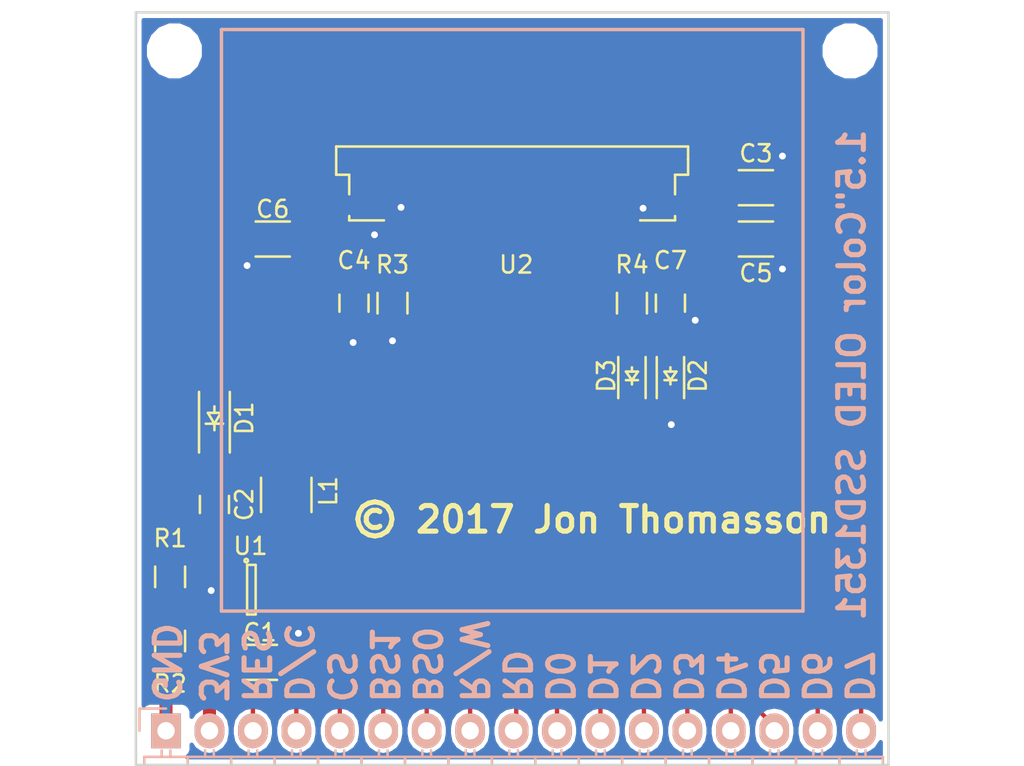
<source format=kicad_pcb>
(kicad_pcb (version 20160815) (host pcbnew "(2017-01-24 revision 0b6147e)-makepkg")

  (general
    (links 51)
    (no_connects 0)
    (area 41.903572 44.5925 102.096429 99.875001)
    (thickness 1.6)
    (drawings 28)
    (tracks 168)
    (zones 0)
    (modules 20)
    (nets 32)
  )

  (page A4)
  (layers
    (0 F.Cu signal)
    (31 B.Cu signal hide)
    (32 B.Adhes user)
    (33 F.Adhes user)
    (34 B.Paste user)
    (35 F.Paste user)
    (36 B.SilkS user)
    (37 F.SilkS user)
    (38 B.Mask user)
    (39 F.Mask user)
    (40 Dwgs.User user)
    (41 Cmts.User user)
    (42 Eco1.User user)
    (43 Eco2.User user)
    (44 Edge.Cuts user)
    (45 Margin user)
    (46 B.CrtYd user)
    (47 F.CrtYd user)
    (48 B.Fab user)
    (49 F.Fab user)
  )

  (setup
    (last_trace_width 0.381)
    (user_trace_width 0.254)
    (user_trace_width 0.381)
    (user_trace_width 0.508)
    (user_trace_width 0.635)
    (user_trace_width 0.762)
    (trace_clearance 0.2)
    (zone_clearance 0.254)
    (zone_45_only no)
    (trace_min 0.2)
    (segment_width 0.2)
    (edge_width 0.15)
    (via_size 0.8)
    (via_drill 0.4)
    (via_min_size 0.4)
    (via_min_drill 0.3)
    (uvia_size 0.3)
    (uvia_drill 0.1)
    (uvias_allowed no)
    (uvia_min_size 0.2)
    (uvia_min_drill 0.1)
    (pcb_text_width 0.3)
    (pcb_text_size 1.5 1.5)
    (mod_edge_width 0.15)
    (mod_text_size 1 1)
    (mod_text_width 0.15)
    (pad_size 1.524 1.524)
    (pad_drill 0.762)
    (pad_to_mask_clearance 0.2)
    (aux_axis_origin 0 0)
    (visible_elements 7FFEFF7F)
    (pcbplotparams
      (layerselection 0x010f0_ffffffff)
      (usegerberextensions true)
      (excludeedgelayer true)
      (linewidth 0.100000)
      (plotframeref false)
      (viasonmask false)
      (mode 1)
      (useauxorigin false)
      (hpglpennumber 1)
      (hpglpenspeed 20)
      (hpglpendiameter 15)
      (psnegative false)
      (psa4output false)
      (plotreference true)
      (plotvalue true)
      (plotinvisibletext false)
      (padsonsilk false)
      (subtractmaskfromsilk true)
      (outputformat 1)
      (mirror false)
      (drillshape 0)
      (scaleselection 1)
      (outputdirectory Gerbers/))
  )

  (net 0 "")
  (net 1 /+3V3)
  (net 2 GND)
  (net 3 /+13V)
  (net 4 "Net-(C2-Pad2)")
  (net 5 "Net-(C4-Pad1)")
  (net 6 "Net-(C5-Pad1)")
  (net 7 "Net-(D1-Pad2)")
  (net 8 "Net-(D2-Pad2)")
  (net 9 "Net-(D3-Pad2)")
  (net 10 /RES#)
  (net 11 /D/C#)
  (net 12 /CS#)
  (net 13 /BS1)
  (net 14 /BS0)
  (net 15 /R/W#)
  (net 16 /E/RD#)
  (net 17 /D0/SCK)
  (net 18 /D1/SDIN)
  (net 19 /D2)
  (net 20 /D3)
  (net 21 /D4)
  (net 22 /D5)
  (net 23 /D6)
  (net 24 /D7)
  (net 25 "Net-(R3-Pad1)")
  (net 26 "Net-(R4-Pad1)")
  (net 27 "Net-(U2-Pad6)")
  (net 28 "Net-(U2-Pad23)")
  (net 29 "Net-(U2-Pad24)")
  (net 30 "Net-(U2-Pad25)")
  (net 31 "Net-(U2-Pad29)")

  (net_class Default "This is the default net class."
    (clearance 0.2)
    (trace_width 0.25)
    (via_dia 0.8)
    (via_drill 0.4)
    (uvia_dia 0.3)
    (uvia_drill 0.1)
    (add_net /+13V)
    (add_net /+3V3)
    (add_net /BS0)
    (add_net /BS1)
    (add_net /CS#)
    (add_net /D/C#)
    (add_net /D0/SCK)
    (add_net /D1/SDIN)
    (add_net /D2)
    (add_net /D3)
    (add_net /D4)
    (add_net /D5)
    (add_net /D6)
    (add_net /D7)
    (add_net /E/RD#)
    (add_net /R/W#)
    (add_net /RES#)
    (add_net GND)
    (add_net "Net-(C2-Pad2)")
    (add_net "Net-(C4-Pad1)")
    (add_net "Net-(C5-Pad1)")
    (add_net "Net-(D1-Pad2)")
    (add_net "Net-(D2-Pad2)")
    (add_net "Net-(D3-Pad2)")
    (add_net "Net-(R3-Pad1)")
    (add_net "Net-(R4-Pad1)")
    (add_net "Net-(U2-Pad23)")
    (add_net "Net-(U2-Pad24)")
    (add_net "Net-(U2-Pad25)")
    (add_net "Net-(U2-Pad29)")
    (add_net "Net-(U2-Pad6)")
  )

  (module Capacitors_SMD:C_1206 (layer F.Cu) (tedit 58FC01FD) (tstamp 58D5DB3F)
    (at 57.25 85)
    (descr "Capacitor SMD 1206, reflow soldering, AVX (see smccp.pdf)")
    (tags "capacitor 1206")
    (path /5895D147)
    (attr smd)
    (fp_text reference C1 (at 0 -1.75) (layer F.SilkS)
      (effects (font (size 1 1) (thickness 0.15)))
    )
    (fp_text value 10uF (at 0 2.3) (layer F.Fab)
      (effects (font (size 1 1) (thickness 0.15)))
    )
    (fp_line (start -2.3 -1.15) (end 2.3 -1.15) (layer F.CrtYd) (width 0.05))
    (fp_line (start -2.3 1.15) (end 2.3 1.15) (layer F.CrtYd) (width 0.05))
    (fp_line (start -2.3 -1.15) (end -2.3 1.15) (layer F.CrtYd) (width 0.05))
    (fp_line (start 2.3 -1.15) (end 2.3 1.15) (layer F.CrtYd) (width 0.05))
    (fp_line (start 1 -1.025) (end -1 -1.025) (layer F.SilkS) (width 0.15))
    (fp_line (start -1 1.025) (end 1 1.025) (layer F.SilkS) (width 0.15))
    (pad 1 smd rect (at -1.5 0) (size 1 1.6) (layers F.Cu F.Paste F.Mask)
      (net 1 /+3V3))
    (pad 2 smd rect (at 1.5 0) (size 1 1.6) (layers F.Cu F.Paste F.Mask)
      (net 2 GND))
    (model Capacitors_SMD.3dshapes/C_1206.wrl
      (at (xyz 0 0 0))
      (scale (xyz 1 1 1))
      (rotate (xyz 0 0 0))
    )
  )

  (module Capacitors_SMD:C_1206 (layer F.Cu) (tedit 5415D7BD) (tstamp 58D5DB4B)
    (at 86.25 57.25)
    (descr "Capacitor SMD 1206, reflow soldering, AVX (see smccp.pdf)")
    (tags "capacitor 1206")
    (path /5895EFAA)
    (attr smd)
    (fp_text reference C3 (at 0 -2) (layer F.SilkS)
      (effects (font (size 1 1) (thickness 0.15)))
    )
    (fp_text value 10uF (at 0 2.3) (layer F.Fab)
      (effects (font (size 1 1) (thickness 0.15)))
    )
    (fp_line (start -2.3 -1.15) (end 2.3 -1.15) (layer F.CrtYd) (width 0.05))
    (fp_line (start -2.3 1.15) (end 2.3 1.15) (layer F.CrtYd) (width 0.05))
    (fp_line (start -2.3 -1.15) (end -2.3 1.15) (layer F.CrtYd) (width 0.05))
    (fp_line (start 2.3 -1.15) (end 2.3 1.15) (layer F.CrtYd) (width 0.05))
    (fp_line (start 1 -1.025) (end -1 -1.025) (layer F.SilkS) (width 0.15))
    (fp_line (start -1 1.025) (end 1 1.025) (layer F.SilkS) (width 0.15))
    (pad 1 smd rect (at -1.5 0) (size 1 1.6) (layers F.Cu F.Paste F.Mask)
      (net 3 /+13V))
    (pad 2 smd rect (at 1.5 0) (size 1 1.6) (layers F.Cu F.Paste F.Mask)
      (net 2 GND))
    (model Capacitors_SMD.3dshapes/C_1206.wrl
      (at (xyz 0 0 0))
      (scale (xyz 1 1 1))
      (rotate (xyz 0 0 0))
    )
  )

  (module Capacitors_SMD:C_1206 (layer F.Cu) (tedit 5415D7BD) (tstamp 58D5DB57)
    (at 86.25 60.25)
    (descr "Capacitor SMD 1206, reflow soldering, AVX (see smccp.pdf)")
    (tags "capacitor 1206")
    (path /5895EEBE)
    (attr smd)
    (fp_text reference C5 (at 0 2) (layer F.SilkS)
      (effects (font (size 1 1) (thickness 0.15)))
    )
    (fp_text value 10uF (at 0 2.3) (layer F.Fab)
      (effects (font (size 1 1) (thickness 0.15)))
    )
    (fp_line (start -1 1.025) (end 1 1.025) (layer F.SilkS) (width 0.15))
    (fp_line (start 1 -1.025) (end -1 -1.025) (layer F.SilkS) (width 0.15))
    (fp_line (start 2.3 -1.15) (end 2.3 1.15) (layer F.CrtYd) (width 0.05))
    (fp_line (start -2.3 -1.15) (end -2.3 1.15) (layer F.CrtYd) (width 0.05))
    (fp_line (start -2.3 1.15) (end 2.3 1.15) (layer F.CrtYd) (width 0.05))
    (fp_line (start -2.3 -1.15) (end 2.3 -1.15) (layer F.CrtYd) (width 0.05))
    (pad 2 smd rect (at 1.5 0) (size 1 1.6) (layers F.Cu F.Paste F.Mask)
      (net 2 GND))
    (pad 1 smd rect (at -1.5 0) (size 1 1.6) (layers F.Cu F.Paste F.Mask)
      (net 6 "Net-(C5-Pad1)"))
    (model Capacitors_SMD.3dshapes/C_1206.wrl
      (at (xyz 0 0 0))
      (scale (xyz 1 1 1))
      (rotate (xyz 0 0 0))
    )
  )

  (module Capacitors_SMD:C_1206 (layer F.Cu) (tedit 58FBE314) (tstamp 58D5DB5D)
    (at 58 60.25 180)
    (descr "Capacitor SMD 1206, reflow soldering, AVX (see smccp.pdf)")
    (tags "capacitor 1206")
    (path /58960D78)
    (attr smd)
    (fp_text reference C6 (at 0 1.75 180) (layer F.SilkS)
      (effects (font (size 1 1) (thickness 0.15)))
    )
    (fp_text value 10uF (at 0 2.3 180) (layer F.Fab)
      (effects (font (size 1 1) (thickness 0.15)))
    )
    (fp_line (start -1 1.025) (end 1 1.025) (layer F.SilkS) (width 0.15))
    (fp_line (start 1 -1.025) (end -1 -1.025) (layer F.SilkS) (width 0.15))
    (fp_line (start 2.3 -1.15) (end 2.3 1.15) (layer F.CrtYd) (width 0.05))
    (fp_line (start -2.3 -1.15) (end -2.3 1.15) (layer F.CrtYd) (width 0.05))
    (fp_line (start -2.3 1.15) (end 2.3 1.15) (layer F.CrtYd) (width 0.05))
    (fp_line (start -2.3 -1.15) (end 2.3 -1.15) (layer F.CrtYd) (width 0.05))
    (pad 2 smd rect (at 1.5 0 180) (size 1 1.6) (layers F.Cu F.Paste F.Mask)
      (net 2 GND))
    (pad 1 smd rect (at -1.5 0 180) (size 1 1.6) (layers F.Cu F.Paste F.Mask)
      (net 1 /+3V3))
    (model Capacitors_SMD.3dshapes/C_1206.wrl
      (at (xyz 0 0 0))
      (scale (xyz 1 1 1))
      (rotate (xyz 0 0 0))
    )
  )

  (module oled_breakout:SOD-123 (layer F.Cu) (tedit 58FC01A9) (tstamp 58D5DB75)
    (at 54.59 70.73 90)
    (descr SOD-123)
    (tags SOD-123)
    (path /5895CFB2)
    (attr smd)
    (fp_text reference D1 (at 0 1.75 90) (layer F.SilkS)
      (effects (font (size 1 1) (thickness 0.15)))
    )
    (fp_text value BAT54T1G (at 0 2.1 90) (layer F.Fab)
      (effects (font (size 1 1) (thickness 0.15)))
    )
    (fp_line (start 0.3175 0) (end 0.6985 0) (layer F.SilkS) (width 0.15))
    (fp_line (start -0.6985 0) (end -0.3175 0) (layer F.SilkS) (width 0.15))
    (fp_line (start -0.3175 0) (end 0.3175 -0.381) (layer F.SilkS) (width 0.15))
    (fp_line (start 0.3175 -0.381) (end 0.3175 0.381) (layer F.SilkS) (width 0.15))
    (fp_line (start 0.3175 0.381) (end -0.3175 0) (layer F.SilkS) (width 0.15))
    (fp_line (start -0.3175 -0.508) (end -0.3175 0.508) (layer F.SilkS) (width 0.15))
    (fp_line (start -2.25 -1.05) (end 2.25 -1.05) (layer F.CrtYd) (width 0.05))
    (fp_line (start 2.25 -1.05) (end 2.25 1.05) (layer F.CrtYd) (width 0.05))
    (fp_line (start 2.25 1.05) (end -2.25 1.05) (layer F.CrtYd) (width 0.05))
    (fp_line (start -2.25 -1.05) (end -2.25 1.05) (layer F.CrtYd) (width 0.05))
    (fp_line (start -2 0.9) (end 1.54 0.9) (layer F.SilkS) (width 0.15))
    (fp_line (start -2 -0.9) (end 1.54 -0.9) (layer F.SilkS) (width 0.15))
    (pad 1 smd rect (at -1.635 0 90) (size 0.91 1.22) (layers F.Cu F.Paste F.Mask)
      (net 3 /+13V))
    (pad 2 smd rect (at 1.635 0 90) (size 0.91 1.22) (layers F.Cu F.Paste F.Mask)
      (net 7 "Net-(D1-Pad2)"))
    (model "C:/Users/Stache/Documents/KiCad Projects/3DModels/3d_smd_diode/walter/smd_diode/sod123.wrl"
      (at (xyz 0 0 0))
      (scale (xyz 1 1 1))
      (rotate (xyz 0 0 180))
    )
  )

  (module oled_breakout:SOD-323 (layer F.Cu) (tedit 58D5DA17) (tstamp 58D5DB7B)
    (at 81.25 68.25 90)
    (descr SOD-323)
    (tags SOD-323)
    (path /5895EAF5)
    (attr smd)
    (fp_text reference D2 (at 0 1.605 90) (layer F.SilkS)
      (effects (font (size 1 1) (thickness 0.15)))
    )
    (fp_text value 1N4148 (at 0.1 1.9 90) (layer F.Fab)
      (effects (font (size 1 1) (thickness 0.15)))
    )
    (fp_line (start 0.25 0) (end 0.5 0) (layer F.SilkS) (width 0.15))
    (fp_line (start -0.25 0) (end -0.5 0) (layer F.SilkS) (width 0.15))
    (fp_line (start -0.25 0) (end 0.25 -0.35) (layer F.SilkS) (width 0.15))
    (fp_line (start 0.25 -0.35) (end 0.25 0.35) (layer F.SilkS) (width 0.15))
    (fp_line (start 0.25 0.35) (end -0.25 0) (layer F.SilkS) (width 0.15))
    (fp_line (start -0.25 -0.35) (end -0.25 0.35) (layer F.SilkS) (width 0.15))
    (fp_line (start -1.5 -0.95) (end 1.5 -0.95) (layer F.CrtYd) (width 0.05))
    (fp_line (start 1.5 -0.95) (end 1.5 0.95) (layer F.CrtYd) (width 0.05))
    (fp_line (start -1.5 0.95) (end 1.5 0.95) (layer F.CrtYd) (width 0.05))
    (fp_line (start -1.5 -0.95) (end -1.5 0.95) (layer F.CrtYd) (width 0.05))
    (fp_line (start -1.3 0.8) (end 1.1 0.8) (layer F.SilkS) (width 0.15))
    (fp_line (start -1.3 -0.8) (end 1.1 -0.8) (layer F.SilkS) (width 0.15))
    (pad 1 smd rect (at -1.355 0 90) (size 1.3 0.8) (layers F.Cu F.Paste F.Mask)
      (net 2 GND))
    (pad 2 smd rect (at 1.355 0 90) (size 1.3 0.8) (layers F.Cu F.Paste F.Mask)
      (net 8 "Net-(D2-Pad2)"))
    (model "C:/Users/Stache/Documents/KiCad Projects/3DModels/3d_smd_diode/walter/smd_diode/sod323.wrl"
      (at (xyz 0 0 0))
      (scale (xyz 1 1 1))
      (rotate (xyz 0 0 180))
    )
  )

  (module oled_breakout:SOD-323 (layer F.Cu) (tedit 58D5DA17) (tstamp 58D5DB81)
    (at 79 68.25 90)
    (descr SOD-323)
    (tags SOD-323)
    (path /5895EA59)
    (attr smd)
    (fp_text reference D3 (at 0 -1.5 90) (layer F.SilkS)
      (effects (font (size 1 1) (thickness 0.15)))
    )
    (fp_text value 1N4148 (at 0.1 1.9 90) (layer F.Fab)
      (effects (font (size 1 1) (thickness 0.15)))
    )
    (fp_line (start -1.3 -0.8) (end 1.1 -0.8) (layer F.SilkS) (width 0.15))
    (fp_line (start -1.3 0.8) (end 1.1 0.8) (layer F.SilkS) (width 0.15))
    (fp_line (start -1.5 -0.95) (end -1.5 0.95) (layer F.CrtYd) (width 0.05))
    (fp_line (start -1.5 0.95) (end 1.5 0.95) (layer F.CrtYd) (width 0.05))
    (fp_line (start 1.5 -0.95) (end 1.5 0.95) (layer F.CrtYd) (width 0.05))
    (fp_line (start -1.5 -0.95) (end 1.5 -0.95) (layer F.CrtYd) (width 0.05))
    (fp_line (start -0.25 -0.35) (end -0.25 0.35) (layer F.SilkS) (width 0.15))
    (fp_line (start 0.25 0.35) (end -0.25 0) (layer F.SilkS) (width 0.15))
    (fp_line (start 0.25 -0.35) (end 0.25 0.35) (layer F.SilkS) (width 0.15))
    (fp_line (start -0.25 0) (end 0.25 -0.35) (layer F.SilkS) (width 0.15))
    (fp_line (start -0.25 0) (end -0.5 0) (layer F.SilkS) (width 0.15))
    (fp_line (start 0.25 0) (end 0.5 0) (layer F.SilkS) (width 0.15))
    (pad 2 smd rect (at 1.355 0 90) (size 1.3 0.8) (layers F.Cu F.Paste F.Mask)
      (net 9 "Net-(D3-Pad2)"))
    (pad 1 smd rect (at -1.355 0 90) (size 1.3 0.8) (layers F.Cu F.Paste F.Mask)
      (net 8 "Net-(D2-Pad2)"))
    (model "C:/Users/Stache/Documents/KiCad Projects/3DModels/3d_smd_diode/walter/smd_diode/sod323.wrl"
      (at (xyz 0 0 0))
      (scale (xyz 1 1 1))
      (rotate (xyz 0 0 180))
    )
  )

  (module Capacitors_SMD:C_1210 (layer F.Cu) (tedit 58FF9017) (tstamp 58D5DB87)
    (at 58.79 75.21 270)
    (descr "Capacitor SMD 1210, reflow soldering, AVX (see smccp.pdf)")
    (tags "capacitor 1210")
    (path /5895CF6F)
    (attr smd)
    (fp_text reference L1 (at -0.22 -2.46 270) (layer F.SilkS)
      (effects (font (size 1 1) (thickness 0.15)))
    )
    (fp_text value 10uH (at 0 2.7 270) (layer F.Fab)
      (effects (font (size 1 1) (thickness 0.15)))
    )
    (fp_line (start -2.3 -1.6) (end 2.3 -1.6) (layer F.CrtYd) (width 0.05))
    (fp_line (start -2.3 1.6) (end 2.3 1.6) (layer F.CrtYd) (width 0.05))
    (fp_line (start -2.3 -1.6) (end -2.3 1.6) (layer F.CrtYd) (width 0.05))
    (fp_line (start 2.3 -1.6) (end 2.3 1.6) (layer F.CrtYd) (width 0.05))
    (fp_line (start 1 -1.475) (end -1 -1.475) (layer F.SilkS) (width 0.15))
    (fp_line (start -1 1.475) (end 1 1.475) (layer F.SilkS) (width 0.15))
    (pad 1 smd rect (at -1.5 0 270) (size 1 2.5) (layers F.Cu F.Paste F.Mask)
      (net 1 /+3V3))
    (pad 2 smd rect (at 1.5 0 270) (size 1 2.5) (layers F.Cu F.Paste F.Mask)
      (net 7 "Net-(D1-Pad2)"))
    (model Capacitors_SMD.3dshapes/C_1210.wrl
      (at (xyz 0 0 0))
      (scale (xyz 1 1 1))
      (rotate (xyz 0 0 0))
    )
  )

  (module Pin_Headers:Pin_Header_Angled_1x17 (layer B.Cu) (tedit 58FC124D) (tstamp 58D5DB9C)
    (at 51.76 89 270)
    (descr "Through hole pin header")
    (tags "pin header")
    (path /589635DE)
    (fp_text reference P1 (at 0 5.1 270) (layer B.SilkS) hide
      (effects (font (size 1 1) (thickness 0.15)) (justify mirror))
    )
    (fp_text value BREAKOUT (at 0 3.1 270) (layer B.Fab)
      (effects (font (size 1 1) (thickness 0.15)) (justify mirror))
    )
    (fp_line (start -1.5 1.75) (end -1.5 -42.4) (layer B.CrtYd) (width 0.05))
    (fp_line (start 10.65 1.75) (end 10.65 -42.4) (layer B.CrtYd) (width 0.05))
    (fp_line (start -1.5 1.75) (end 10.65 1.75) (layer B.CrtYd) (width 0.05))
    (fp_line (start -1.5 -42.4) (end 10.65 -42.4) (layer B.CrtYd) (width 0.05))
    (fp_line (start -1.3 1.55) (end -1.3 0) (layer B.SilkS) (width 0.15))
    (fp_line (start 0 1.55) (end -1.3 1.55) (layer B.SilkS) (width 0.15))
    (fp_line (start 4.191 0.127) (end 10.033 0.127) (layer B.SilkS) (width 0.15))
    (fp_line (start 10.033 0.127) (end 10.033 -0.127) (layer B.SilkS) (width 0.15))
    (fp_line (start 10.033 -0.127) (end 4.191 -0.127) (layer B.SilkS) (width 0.15))
    (fp_line (start 4.191 -0.127) (end 4.191 0) (layer B.SilkS) (width 0.15))
    (fp_line (start 4.191 0) (end 10.033 0) (layer B.SilkS) (width 0.15))
    (fp_line (start 1.524 -20.066) (end 1.143 -20.066) (layer B.SilkS) (width 0.15))
    (fp_line (start 1.524 -20.574) (end 1.143 -20.574) (layer B.SilkS) (width 0.15))
    (fp_line (start 1.524 -22.606) (end 1.143 -22.606) (layer B.SilkS) (width 0.15))
    (fp_line (start 1.524 -23.114) (end 1.143 -23.114) (layer B.SilkS) (width 0.15))
    (fp_line (start 1.524 -25.146) (end 1.143 -25.146) (layer B.SilkS) (width 0.15))
    (fp_line (start 1.524 -25.654) (end 1.143 -25.654) (layer B.SilkS) (width 0.15))
    (fp_line (start 1.524 -27.686) (end 1.143 -27.686) (layer B.SilkS) (width 0.15))
    (fp_line (start 1.524 -28.194) (end 1.143 -28.194) (layer B.SilkS) (width 0.15))
    (fp_line (start 1.524 -38.354) (end 1.143 -38.354) (layer B.SilkS) (width 0.15))
    (fp_line (start 1.524 -37.846) (end 1.143 -37.846) (layer B.SilkS) (width 0.15))
    (fp_line (start 1.524 -35.814) (end 1.143 -35.814) (layer B.SilkS) (width 0.15))
    (fp_line (start 1.524 -35.306) (end 1.143 -35.306) (layer B.SilkS) (width 0.15))
    (fp_line (start 1.524 -33.274) (end 1.143 -33.274) (layer B.SilkS) (width 0.15))
    (fp_line (start 1.524 -32.766) (end 1.143 -32.766) (layer B.SilkS) (width 0.15))
    (fp_line (start 1.524 -30.734) (end 1.143 -30.734) (layer B.SilkS) (width 0.15))
    (fp_line (start 1.524 -30.226) (end 1.143 -30.226) (layer B.SilkS) (width 0.15))
    (fp_line (start 1.524 -40.894) (end 1.143 -40.894) (layer B.SilkS) (width 0.15))
    (fp_line (start 1.524 -40.386) (end 1.143 -40.386) (layer B.SilkS) (width 0.15))
    (fp_line (start 1.524 0.254) (end 1.143 0.254) (layer B.SilkS) (width 0.15))
    (fp_line (start 1.524 -0.254) (end 1.143 -0.254) (layer B.SilkS) (width 0.15))
    (fp_line (start 1.524 -2.286) (end 1.143 -2.286) (layer B.SilkS) (width 0.15))
    (fp_line (start 1.524 -2.794) (end 1.143 -2.794) (layer B.SilkS) (width 0.15))
    (fp_line (start 1.524 -4.826) (end 1.143 -4.826) (layer B.SilkS) (width 0.15))
    (fp_line (start 1.524 -5.334) (end 1.143 -5.334) (layer B.SilkS) (width 0.15))
    (fp_line (start 1.524 -7.366) (end 1.143 -7.366) (layer B.SilkS) (width 0.15))
    (fp_line (start 1.524 -7.874) (end 1.143 -7.874) (layer B.SilkS) (width 0.15))
    (fp_line (start 1.524 -18.034) (end 1.143 -18.034) (layer B.SilkS) (width 0.15))
    (fp_line (start 1.524 -17.526) (end 1.143 -17.526) (layer B.SilkS) (width 0.15))
    (fp_line (start 1.524 -15.494) (end 1.143 -15.494) (layer B.SilkS) (width 0.15))
    (fp_line (start 1.524 -14.986) (end 1.143 -14.986) (layer B.SilkS) (width 0.15))
    (fp_line (start 1.524 -12.954) (end 1.143 -12.954) (layer B.SilkS) (width 0.15))
    (fp_line (start 1.524 -12.446) (end 1.143 -12.446) (layer B.SilkS) (width 0.15))
    (fp_line (start 1.524 -10.414) (end 1.143 -10.414) (layer B.SilkS) (width 0.15))
    (fp_line (start 1.524 -9.906) (end 1.143 -9.906) (layer B.SilkS) (width 0.15))
    (fp_line (start 1.524 -16.51) (end 4.064 -16.51) (layer B.SilkS) (width 0.15))
    (fp_line (start 1.524 -16.51) (end 1.524 -19.05) (layer B.SilkS) (width 0.15))
    (fp_line (start 1.524 -19.05) (end 4.064 -19.05) (layer B.SilkS) (width 0.15))
    (fp_line (start 4.064 -17.526) (end 10.16 -17.526) (layer B.SilkS) (width 0.15))
    (fp_line (start 10.16 -17.526) (end 10.16 -18.034) (layer B.SilkS) (width 0.15))
    (fp_line (start 10.16 -18.034) (end 4.064 -18.034) (layer B.SilkS) (width 0.15))
    (fp_line (start 4.064 -19.05) (end 4.064 -16.51) (layer B.SilkS) (width 0.15))
    (fp_line (start 4.064 -21.59) (end 4.064 -19.05) (layer B.SilkS) (width 0.15))
    (fp_line (start 10.16 -20.574) (end 4.064 -20.574) (layer B.SilkS) (width 0.15))
    (fp_line (start 10.16 -20.066) (end 10.16 -20.574) (layer B.SilkS) (width 0.15))
    (fp_line (start 4.064 -20.066) (end 10.16 -20.066) (layer B.SilkS) (width 0.15))
    (fp_line (start 1.524 -21.59) (end 4.064 -21.59) (layer B.SilkS) (width 0.15))
    (fp_line (start 1.524 -19.05) (end 1.524 -21.59) (layer B.SilkS) (width 0.15))
    (fp_line (start 1.524 -19.05) (end 4.064 -19.05) (layer B.SilkS) (width 0.15))
    (fp_line (start 1.524 -24.13) (end 4.064 -24.13) (layer B.SilkS) (width 0.15))
    (fp_line (start 1.524 -24.13) (end 1.524 -26.67) (layer B.SilkS) (width 0.15))
    (fp_line (start 1.524 -26.67) (end 4.064 -26.67) (layer B.SilkS) (width 0.15))
    (fp_line (start 4.064 -25.146) (end 10.16 -25.146) (layer B.SilkS) (width 0.15))
    (fp_line (start 10.16 -25.146) (end 10.16 -25.654) (layer B.SilkS) (width 0.15))
    (fp_line (start 10.16 -25.654) (end 4.064 -25.654) (layer B.SilkS) (width 0.15))
    (fp_line (start 4.064 -26.67) (end 4.064 -24.13) (layer B.SilkS) (width 0.15))
    (fp_line (start 4.064 -24.13) (end 4.064 -21.59) (layer B.SilkS) (width 0.15))
    (fp_line (start 10.16 -23.114) (end 4.064 -23.114) (layer B.SilkS) (width 0.15))
    (fp_line (start 10.16 -22.606) (end 10.16 -23.114) (layer B.SilkS) (width 0.15))
    (fp_line (start 4.064 -22.606) (end 10.16 -22.606) (layer B.SilkS) (width 0.15))
    (fp_line (start 1.524 -24.13) (end 4.064 -24.13) (layer B.SilkS) (width 0.15))
    (fp_line (start 1.524 -21.59) (end 1.524 -24.13) (layer B.SilkS) (width 0.15))
    (fp_line (start 1.524 -21.59) (end 4.064 -21.59) (layer B.SilkS) (width 0.15))
    (fp_line (start 1.524 -31.75) (end 4.064 -31.75) (layer B.SilkS) (width 0.15))
    (fp_line (start 1.524 -31.75) (end 1.524 -34.29) (layer B.SilkS) (width 0.15))
    (fp_line (start 1.524 -34.29) (end 4.064 -34.29) (layer B.SilkS) (width 0.15))
    (fp_line (start 4.064 -32.766) (end 10.16 -32.766) (layer B.SilkS) (width 0.15))
    (fp_line (start 10.16 -32.766) (end 10.16 -33.274) (layer B.SilkS) (width 0.15))
    (fp_line (start 10.16 -33.274) (end 4.064 -33.274) (layer B.SilkS) (width 0.15))
    (fp_line (start 4.064 -34.29) (end 4.064 -31.75) (layer B.SilkS) (width 0.15))
    (fp_line (start 4.064 -36.83) (end 4.064 -34.29) (layer B.SilkS) (width 0.15))
    (fp_line (start 10.16 -35.814) (end 4.064 -35.814) (layer B.SilkS) (width 0.15))
    (fp_line (start 10.16 -35.306) (end 10.16 -35.814) (layer B.SilkS) (width 0.15))
    (fp_line (start 4.064 -35.306) (end 10.16 -35.306) (layer B.SilkS) (width 0.15))
    (fp_line (start 1.524 -36.83) (end 4.064 -36.83) (layer B.SilkS) (width 0.15))
    (fp_line (start 1.524 -34.29) (end 1.524 -36.83) (layer B.SilkS) (width 0.15))
    (fp_line (start 1.524 -34.29) (end 4.064 -34.29) (layer B.SilkS) (width 0.15))
    (fp_line (start 1.524 -29.21) (end 4.064 -29.21) (layer B.SilkS) (width 0.15))
    (fp_line (start 1.524 -29.21) (end 1.524 -31.75) (layer B.SilkS) (width 0.15))
    (fp_line (start 1.524 -31.75) (end 4.064 -31.75) (layer B.SilkS) (width 0.15))
    (fp_line (start 4.064 -30.226) (end 10.16 -30.226) (layer B.SilkS) (width 0.15))
    (fp_line (start 10.16 -30.226) (end 10.16 -30.734) (layer B.SilkS) (width 0.15))
    (fp_line (start 10.16 -30.734) (end 4.064 -30.734) (layer B.SilkS) (width 0.15))
    (fp_line (start 4.064 -31.75) (end 4.064 -29.21) (layer B.SilkS) (width 0.15))
    (fp_line (start 4.064 -29.21) (end 4.064 -26.67) (layer B.SilkS) (width 0.15))
    (fp_line (start 10.16 -28.194) (end 4.064 -28.194) (layer B.SilkS) (width 0.15))
    (fp_line (start 10.16 -27.686) (end 10.16 -28.194) (layer B.SilkS) (width 0.15))
    (fp_line (start 4.064 -27.686) (end 10.16 -27.686) (layer B.SilkS) (width 0.15))
    (fp_line (start 1.524 -29.21) (end 4.064 -29.21) (layer B.SilkS) (width 0.15))
    (fp_line (start 1.524 -26.67) (end 1.524 -29.21) (layer B.SilkS) (width 0.15))
    (fp_line (start 1.524 -26.67) (end 4.064 -26.67) (layer B.SilkS) (width 0.15))
    (fp_line (start 1.524 -39.37) (end 4.064 -39.37) (layer B.SilkS) (width 0.15))
    (fp_line (start 1.524 -39.37) (end 1.524 -41.91) (layer B.SilkS) (width 0.15))
    (fp_line (start 1.524 -41.91) (end 4.064 -41.91) (layer B.SilkS) (width 0.15))
    (fp_line (start 4.064 -40.386) (end 10.16 -40.386) (layer B.SilkS) (width 0.15))
    (fp_line (start 10.16 -40.386) (end 10.16 -40.894) (layer B.SilkS) (width 0.15))
    (fp_line (start 10.16 -40.894) (end 4.064 -40.894) (layer B.SilkS) (width 0.15))
    (fp_line (start 4.064 -41.91) (end 4.064 -39.37) (layer B.SilkS) (width 0.15))
    (fp_line (start 4.064 -39.37) (end 4.064 -36.83) (layer B.SilkS) (width 0.15))
    (fp_line (start 10.16 -38.354) (end 4.064 -38.354) (layer B.SilkS) (width 0.15))
    (fp_line (start 10.16 -37.846) (end 10.16 -38.354) (layer B.SilkS) (width 0.15))
    (fp_line (start 4.064 -37.846) (end 10.16 -37.846) (layer B.SilkS) (width 0.15))
    (fp_line (start 1.524 -39.37) (end 4.064 -39.37) (layer B.SilkS) (width 0.15))
    (fp_line (start 1.524 -36.83) (end 1.524 -39.37) (layer B.SilkS) (width 0.15))
    (fp_line (start 1.524 -36.83) (end 4.064 -36.83) (layer B.SilkS) (width 0.15))
    (fp_line (start 4.064 -1.27) (end 4.064 1.27) (layer B.SilkS) (width 0.15))
    (fp_line (start 10.16 -0.254) (end 4.064 -0.254) (layer B.SilkS) (width 0.15))
    (fp_line (start 10.16 0.254) (end 10.16 -0.254) (layer B.SilkS) (width 0.15))
    (fp_line (start 4.064 0.254) (end 10.16 0.254) (layer B.SilkS) (width 0.15))
    (fp_line (start 1.524 -1.27) (end 4.064 -1.27) (layer B.SilkS) (width 0.15))
    (fp_line (start 1.524 1.27) (end 1.524 -1.27) (layer B.SilkS) (width 0.15))
    (fp_line (start 1.524 1.27) (end 4.064 1.27) (layer B.SilkS) (width 0.15))
    (fp_line (start 1.524 -3.81) (end 4.064 -3.81) (layer B.SilkS) (width 0.15))
    (fp_line (start 1.524 -3.81) (end 1.524 -6.35) (layer B.SilkS) (width 0.15))
    (fp_line (start 1.524 -6.35) (end 4.064 -6.35) (layer B.SilkS) (width 0.15))
    (fp_line (start 4.064 -4.826) (end 10.16 -4.826) (layer B.SilkS) (width 0.15))
    (fp_line (start 10.16 -4.826) (end 10.16 -5.334) (layer B.SilkS) (width 0.15))
    (fp_line (start 10.16 -5.334) (end 4.064 -5.334) (layer B.SilkS) (width 0.15))
    (fp_line (start 4.064 -6.35) (end 4.064 -3.81) (layer B.SilkS) (width 0.15))
    (fp_line (start 4.064 -3.81) (end 4.064 -1.27) (layer B.SilkS) (width 0.15))
    (fp_line (start 10.16 -2.794) (end 4.064 -2.794) (layer B.SilkS) (width 0.15))
    (fp_line (start 10.16 -2.286) (end 10.16 -2.794) (layer B.SilkS) (width 0.15))
    (fp_line (start 4.064 -2.286) (end 10.16 -2.286) (layer B.SilkS) (width 0.15))
    (fp_line (start 1.524 -3.81) (end 4.064 -3.81) (layer B.SilkS) (width 0.15))
    (fp_line (start 1.524 -1.27) (end 1.524 -3.81) (layer B.SilkS) (width 0.15))
    (fp_line (start 1.524 -1.27) (end 4.064 -1.27) (layer B.SilkS) (width 0.15))
    (fp_line (start 1.524 -11.43) (end 4.064 -11.43) (layer B.SilkS) (width 0.15))
    (fp_line (start 1.524 -11.43) (end 1.524 -13.97) (layer B.SilkS) (width 0.15))
    (fp_line (start 1.524 -13.97) (end 4.064 -13.97) (layer B.SilkS) (width 0.15))
    (fp_line (start 4.064 -12.446) (end 10.16 -12.446) (layer B.SilkS) (width 0.15))
    (fp_line (start 10.16 -12.446) (end 10.16 -12.954) (layer B.SilkS) (width 0.15))
    (fp_line (start 10.16 -12.954) (end 4.064 -12.954) (layer B.SilkS) (width 0.15))
    (fp_line (start 4.064 -13.97) (end 4.064 -11.43) (layer B.SilkS) (width 0.15))
    (fp_line (start 4.064 -16.51) (end 4.064 -13.97) (layer B.SilkS) (width 0.15))
    (fp_line (start 10.16 -15.494) (end 4.064 -15.494) (layer B.SilkS) (width 0.15))
    (fp_line (start 10.16 -14.986) (end 10.16 -15.494) (layer B.SilkS) (width 0.15))
    (fp_line (start 4.064 -14.986) (end 10.16 -14.986) (layer B.SilkS) (width 0.15))
    (fp_line (start 1.524 -16.51) (end 4.064 -16.51) (layer B.SilkS) (width 0.15))
    (fp_line (start 1.524 -13.97) (end 1.524 -16.51) (layer B.SilkS) (width 0.15))
    (fp_line (start 1.524 -13.97) (end 4.064 -13.97) (layer B.SilkS) (width 0.15))
    (fp_line (start 1.524 -8.89) (end 4.064 -8.89) (layer B.SilkS) (width 0.15))
    (fp_line (start 1.524 -8.89) (end 1.524 -11.43) (layer B.SilkS) (width 0.15))
    (fp_line (start 1.524 -11.43) (end 4.064 -11.43) (layer B.SilkS) (width 0.15))
    (fp_line (start 4.064 -9.906) (end 10.16 -9.906) (layer B.SilkS) (width 0.15))
    (fp_line (start 10.16 -9.906) (end 10.16 -10.414) (layer B.SilkS) (width 0.15))
    (fp_line (start 10.16 -10.414) (end 4.064 -10.414) (layer B.SilkS) (width 0.15))
    (fp_line (start 4.064 -11.43) (end 4.064 -8.89) (layer B.SilkS) (width 0.15))
    (fp_line (start 4.064 -8.89) (end 4.064 -6.35) (layer B.SilkS) (width 0.15))
    (fp_line (start 10.16 -7.874) (end 4.064 -7.874) (layer B.SilkS) (width 0.15))
    (fp_line (start 10.16 -7.366) (end 10.16 -7.874) (layer B.SilkS) (width 0.15))
    (fp_line (start 4.064 -7.366) (end 10.16 -7.366) (layer B.SilkS) (width 0.15))
    (fp_line (start 1.524 -8.89) (end 4.064 -8.89) (layer B.SilkS) (width 0.15))
    (fp_line (start 1.524 -6.35) (end 1.524 -8.89) (layer B.SilkS) (width 0.15))
    (fp_line (start 1.524 -6.35) (end 4.064 -6.35) (layer B.SilkS) (width 0.15))
    (pad 1 thru_hole rect (at 0 0 270) (size 2.032 1.7272) (drill 1.016) (layers *.Cu *.Mask B.SilkS)
      (net 2 GND))
    (pad 2 thru_hole oval (at 0 -2.54 270) (size 2.032 1.7272) (drill 1.016) (layers *.Cu *.Mask B.SilkS)
      (net 1 /+3V3))
    (pad 3 thru_hole oval (at 0 -5.08 270) (size 2.032 1.7272) (drill 1.016) (layers *.Cu *.Mask B.SilkS)
      (net 10 /RES#))
    (pad 4 thru_hole oval (at 0 -7.62 270) (size 2.032 1.7272) (drill 1.016) (layers *.Cu *.Mask B.SilkS)
      (net 11 /D/C#))
    (pad 5 thru_hole oval (at 0 -10.16 270) (size 2.032 1.7272) (drill 1.016) (layers *.Cu *.Mask B.SilkS)
      (net 12 /CS#))
    (pad 6 thru_hole oval (at 0 -12.7 270) (size 2.032 1.7272) (drill 1.016) (layers *.Cu *.Mask B.SilkS)
      (net 13 /BS1))
    (pad 7 thru_hole oval (at 0 -15.24 270) (size 2.032 1.7272) (drill 1.016) (layers *.Cu *.Mask B.SilkS)
      (net 14 /BS0))
    (pad 8 thru_hole oval (at 0 -17.78 270) (size 2.032 1.7272) (drill 1.016) (layers *.Cu *.Mask B.SilkS)
      (net 15 /R/W#))
    (pad 9 thru_hole oval (at 0 -20.32 270) (size 2.032 1.7272) (drill 1.016) (layers *.Cu *.Mask B.SilkS)
      (net 16 /E/RD#))
    (pad 10 thru_hole oval (at 0 -22.86 270) (size 2.032 1.7272) (drill 1.016) (layers *.Cu *.Mask B.SilkS)
      (net 17 /D0/SCK))
    (pad 11 thru_hole oval (at 0 -25.4 270) (size 2.032 1.7272) (drill 1.016) (layers *.Cu *.Mask B.SilkS)
      (net 18 /D1/SDIN))
    (pad 12 thru_hole oval (at 0 -27.94 270) (size 2.032 1.7272) (drill 1.016) (layers *.Cu *.Mask B.SilkS)
      (net 19 /D2))
    (pad 13 thru_hole oval (at 0 -30.48 270) (size 2.032 1.7272) (drill 1.016) (layers *.Cu *.Mask B.SilkS)
      (net 20 /D3))
    (pad 14 thru_hole oval (at 0 -33.02 270) (size 2.032 1.7272) (drill 1.016) (layers *.Cu *.Mask B.SilkS)
      (net 21 /D4))
    (pad 15 thru_hole oval (at 0 -35.56 270) (size 2.032 1.7272) (drill 1.016) (layers *.Cu *.Mask B.SilkS)
      (net 22 /D5))
    (pad 16 thru_hole oval (at 0 -38.1 270) (size 2.032 1.7272) (drill 1.016) (layers *.Cu *.Mask B.SilkS)
      (net 23 /D6))
    (pad 17 thru_hole oval (at 0 -40.64 270) (size 2.032 1.7272) (drill 1.016) (layers *.Cu *.Mask B.SilkS)
      (net 24 /D7))
    (model Pin_Headers.3dshapes/Pin_Header_Angled_1x17.wrl
      (at (xyz 0 -0.8 0))
      (scale (xyz 1 1 1))
      (rotate (xyz 0 0 90))
    )
  )

  (module TO_SOT_Packages_SMD:SOT-23-5 (layer F.Cu) (tedit 55360473) (tstamp 58D5DBBD)
    (at 56.75 80.75)
    (descr "5-pin SOT23 package")
    (tags SOT-23-5)
    (path /5895CEE9)
    (attr smd)
    (fp_text reference U1 (at -0.05 -2.55) (layer F.SilkS)
      (effects (font (size 1 1) (thickness 0.15)))
    )
    (fp_text value FAN5331SX (at -0.05 2.35) (layer F.Fab)
      (effects (font (size 1 1) (thickness 0.15)))
    )
    (fp_line (start -1.8 -1.6) (end 1.8 -1.6) (layer F.CrtYd) (width 0.05))
    (fp_line (start 1.8 -1.6) (end 1.8 1.6) (layer F.CrtYd) (width 0.05))
    (fp_line (start 1.8 1.6) (end -1.8 1.6) (layer F.CrtYd) (width 0.05))
    (fp_line (start -1.8 1.6) (end -1.8 -1.6) (layer F.CrtYd) (width 0.05))
    (fp_circle (center -0.3 -1.7) (end -0.2 -1.7) (layer F.SilkS) (width 0.15))
    (fp_line (start 0.25 -1.45) (end -0.25 -1.45) (layer F.SilkS) (width 0.15))
    (fp_line (start 0.25 1.45) (end 0.25 -1.45) (layer F.SilkS) (width 0.15))
    (fp_line (start -0.25 1.45) (end 0.25 1.45) (layer F.SilkS) (width 0.15))
    (fp_line (start -0.25 -1.45) (end -0.25 1.45) (layer F.SilkS) (width 0.15))
    (pad 1 smd rect (at -1.1 -0.95) (size 1.06 0.65) (layers F.Cu F.Paste F.Mask)
      (net 7 "Net-(D1-Pad2)"))
    (pad 2 smd rect (at -1.1 0) (size 1.06 0.65) (layers F.Cu F.Paste F.Mask)
      (net 2 GND))
    (pad 3 smd rect (at -1.1 0.95) (size 1.06 0.65) (layers F.Cu F.Paste F.Mask)
      (net 4 "Net-(C2-Pad2)"))
    (pad 4 smd rect (at 1.1 0.95) (size 1.06 0.65) (layers F.Cu F.Paste F.Mask)
      (net 1 /+3V3))
    (pad 5 smd rect (at 1.1 -0.95) (size 1.06 0.65) (layers F.Cu F.Paste F.Mask)
      (net 1 /+3V3))
    (model TO_SOT_Packages_SMD.3dshapes/SOT-23-5.wrl
      (at (xyz 0 0 0))
      (scale (xyz 1 1 1))
      (rotate (xyz 0 0 0))
    )
  )

  (module Resistors_SMD:R_0805 (layer F.Cu) (tedit 58FBF143) (tstamp 58FBEF70)
    (at 79 64 270)
    (descr "Resistor SMD 0805, reflow soldering, Vishay (see dcrcw.pdf)")
    (tags "resistor 0805")
    (path /5895E8BD)
    (attr smd)
    (fp_text reference R4 (at -2.25 0) (layer F.SilkS)
      (effects (font (size 1 1) (thickness 0.15)))
    )
    (fp_text value 50 (at 0 2.1 270) (layer F.Fab)
      (effects (font (size 1 1) (thickness 0.15)))
    )
    (fp_line (start -1.6 -1) (end 1.6 -1) (layer F.CrtYd) (width 0.05))
    (fp_line (start -1.6 1) (end 1.6 1) (layer F.CrtYd) (width 0.05))
    (fp_line (start -1.6 -1) (end -1.6 1) (layer F.CrtYd) (width 0.05))
    (fp_line (start 1.6 -1) (end 1.6 1) (layer F.CrtYd) (width 0.05))
    (fp_line (start 0.6 0.875) (end -0.6 0.875) (layer F.SilkS) (width 0.15))
    (fp_line (start -0.6 -0.875) (end 0.6 -0.875) (layer F.SilkS) (width 0.15))
    (pad 1 smd rect (at -0.95 0 270) (size 0.7 1.3) (layers F.Cu F.Paste F.Mask)
      (net 26 "Net-(R4-Pad1)"))
    (pad 2 smd rect (at 0.95 0 270) (size 0.7 1.3) (layers F.Cu F.Paste F.Mask)
      (net 9 "Net-(D3-Pad2)"))
    (model Resistors_SMD.3dshapes/R_0805.wrl
      (at (xyz 0 0 0))
      (scale (xyz 1 1 1))
      (rotate (xyz 0 0 0))
    )
  )

  (module Capacitors_SMD:C_0805 (layer F.Cu) (tedit 58FBF147) (tstamp 58FBEF98)
    (at 81.25 64 270)
    (descr "Capacitor SMD 0805, reflow soldering, AVX (see smccp.pdf)")
    (tags "capacitor 0805")
    (path /5895ED15)
    (attr smd)
    (fp_text reference C7 (at -2.5 0) (layer F.SilkS)
      (effects (font (size 1 1) (thickness 0.15)))
    )
    (fp_text value 1uF (at 0 2.1 270) (layer F.Fab)
      (effects (font (size 1 1) (thickness 0.15)))
    )
    (fp_line (start -1.8 -1) (end 1.8 -1) (layer F.CrtYd) (width 0.05))
    (fp_line (start -1.8 1) (end 1.8 1) (layer F.CrtYd) (width 0.05))
    (fp_line (start -1.8 -1) (end -1.8 1) (layer F.CrtYd) (width 0.05))
    (fp_line (start 1.8 -1) (end 1.8 1) (layer F.CrtYd) (width 0.05))
    (fp_line (start 0.5 -0.85) (end -0.5 -0.85) (layer F.SilkS) (width 0.15))
    (fp_line (start -0.5 0.85) (end 0.5 0.85) (layer F.SilkS) (width 0.15))
    (pad 1 smd rect (at -1 0 270) (size 1 1.25) (layers F.Cu F.Paste F.Mask)
      (net 1 /+3V3))
    (pad 2 smd rect (at 1 0 270) (size 1 1.25) (layers F.Cu F.Paste F.Mask)
      (net 2 GND))
    (model Capacitors_SMD.3dshapes/C_0805.wrl
      (at (xyz 0 0 0))
      (scale (xyz 1 1 1))
      (rotate (xyz 0 0 0))
    )
  )

  (module Resistors_SMD:R_0805 (layer F.Cu) (tedit 58FC01F1) (tstamp 58FBEFF2)
    (at 52 80 270)
    (descr "Resistor SMD 0805, reflow soldering, Vishay (see dcrcw.pdf)")
    (tags "resistor 0805")
    (path /5895D006)
    (attr smd)
    (fp_text reference R1 (at -2.25 0) (layer F.SilkS)
      (effects (font (size 1 1) (thickness 0.15)))
    )
    (fp_text value 100K (at 0 2.1 270) (layer F.Fab)
      (effects (font (size 1 1) (thickness 0.15)))
    )
    (fp_line (start -1.6 -1) (end 1.6 -1) (layer F.CrtYd) (width 0.05))
    (fp_line (start -1.6 1) (end 1.6 1) (layer F.CrtYd) (width 0.05))
    (fp_line (start -1.6 -1) (end -1.6 1) (layer F.CrtYd) (width 0.05))
    (fp_line (start 1.6 -1) (end 1.6 1) (layer F.CrtYd) (width 0.05))
    (fp_line (start 0.6 0.875) (end -0.6 0.875) (layer F.SilkS) (width 0.15))
    (fp_line (start -0.6 -0.875) (end 0.6 -0.875) (layer F.SilkS) (width 0.15))
    (pad 1 smd rect (at -0.95 0 270) (size 0.7 1.3) (layers F.Cu F.Paste F.Mask)
      (net 3 /+13V))
    (pad 2 smd rect (at 0.95 0 270) (size 0.7 1.3) (layers F.Cu F.Paste F.Mask)
      (net 4 "Net-(C2-Pad2)"))
    (model Resistors_SMD.3dshapes/R_0805.wrl
      (at (xyz 0 0 0))
      (scale (xyz 1 1 1))
      (rotate (xyz 0 0 0))
    )
  )

  (module Resistors_SMD:R_0805 (layer F.Cu) (tedit 58FC01F6) (tstamp 58FBEFF8)
    (at 52 83.75 270)
    (descr "Resistor SMD 0805, reflow soldering, Vishay (see dcrcw.pdf)")
    (tags "resistor 0805")
    (path /5895D0AA)
    (attr smd)
    (fp_text reference R2 (at 2.5 0) (layer F.SilkS)
      (effects (font (size 1 1) (thickness 0.15)))
    )
    (fp_text value 10K (at 0 2.1 270) (layer F.Fab)
      (effects (font (size 1 1) (thickness 0.15)))
    )
    (fp_line (start -0.6 -0.875) (end 0.6 -0.875) (layer F.SilkS) (width 0.15))
    (fp_line (start 0.6 0.875) (end -0.6 0.875) (layer F.SilkS) (width 0.15))
    (fp_line (start 1.6 -1) (end 1.6 1) (layer F.CrtYd) (width 0.05))
    (fp_line (start -1.6 -1) (end -1.6 1) (layer F.CrtYd) (width 0.05))
    (fp_line (start -1.6 1) (end 1.6 1) (layer F.CrtYd) (width 0.05))
    (fp_line (start -1.6 -1) (end 1.6 -1) (layer F.CrtYd) (width 0.05))
    (pad 2 smd rect (at 0.95 0 270) (size 0.7 1.3) (layers F.Cu F.Paste F.Mask)
      (net 2 GND))
    (pad 1 smd rect (at -0.95 0 270) (size 0.7 1.3) (layers F.Cu F.Paste F.Mask)
      (net 4 "Net-(C2-Pad2)"))
    (model Resistors_SMD.3dshapes/R_0805.wrl
      (at (xyz 0 0 0))
      (scale (xyz 1 1 1))
      (rotate (xyz 0 0 0))
    )
  )

  (module Capacitors_SMD:C_0805 (layer F.Cu) (tedit 58FC01AE) (tstamp 58FBF03C)
    (at 54.59 75.77 270)
    (descr "Capacitor SMD 0805, reflow soldering, AVX (see smccp.pdf)")
    (tags "capacitor 0805")
    (path /5895D11D)
    (attr smd)
    (fp_text reference C2 (at 0 -1.75 270) (layer F.SilkS)
      (effects (font (size 1 1) (thickness 0.15)))
    )
    (fp_text value .1uF (at 0 2.1 270) (layer F.Fab)
      (effects (font (size 1 1) (thickness 0.15)))
    )
    (fp_line (start -1.8 -1) (end 1.8 -1) (layer F.CrtYd) (width 0.05))
    (fp_line (start -1.8 1) (end 1.8 1) (layer F.CrtYd) (width 0.05))
    (fp_line (start -1.8 -1) (end -1.8 1) (layer F.CrtYd) (width 0.05))
    (fp_line (start 1.8 -1) (end 1.8 1) (layer F.CrtYd) (width 0.05))
    (fp_line (start 0.5 -0.85) (end -0.5 -0.85) (layer F.SilkS) (width 0.15))
    (fp_line (start -0.5 0.85) (end 0.5 0.85) (layer F.SilkS) (width 0.15))
    (pad 1 smd rect (at -1 0 270) (size 1 1.25) (layers F.Cu F.Paste F.Mask)
      (net 3 /+13V))
    (pad 2 smd rect (at 1 0 270) (size 1 1.25) (layers F.Cu F.Paste F.Mask)
      (net 4 "Net-(C2-Pad2)"))
    (model Capacitors_SMD.3dshapes/C_0805.wrl
      (at (xyz 0 0 0))
      (scale (xyz 1 1 1))
      (rotate (xyz 0 0 0))
    )
  )

  (module Capacitors_SMD:C_0805 (layer F.Cu) (tedit 58FBF132) (tstamp 58FBF04E)
    (at 62.75 64 270)
    (descr "Capacitor SMD 0805, reflow soldering, AVX (see smccp.pdf)")
    (tags "capacitor 0805")
    (path /58960EE8)
    (attr smd)
    (fp_text reference C4 (at -2.5 0) (layer F.SilkS)
      (effects (font (size 1 1) (thickness 0.15)))
    )
    (fp_text value 1uF (at 0 2.1 270) (layer F.Fab)
      (effects (font (size 1 1) (thickness 0.15)))
    )
    (fp_line (start -1.8 -1) (end 1.8 -1) (layer F.CrtYd) (width 0.05))
    (fp_line (start -1.8 1) (end 1.8 1) (layer F.CrtYd) (width 0.05))
    (fp_line (start -1.8 -1) (end -1.8 1) (layer F.CrtYd) (width 0.05))
    (fp_line (start 1.8 -1) (end 1.8 1) (layer F.CrtYd) (width 0.05))
    (fp_line (start 0.5 -0.85) (end -0.5 -0.85) (layer F.SilkS) (width 0.15))
    (fp_line (start -0.5 0.85) (end 0.5 0.85) (layer F.SilkS) (width 0.15))
    (pad 1 smd rect (at -1 0 270) (size 1 1.25) (layers F.Cu F.Paste F.Mask)
      (net 5 "Net-(C4-Pad1)"))
    (pad 2 smd rect (at 1 0 270) (size 1 1.25) (layers F.Cu F.Paste F.Mask)
      (net 2 GND))
    (model Capacitors_SMD.3dshapes/C_0805.wrl
      (at (xyz 0 0 0))
      (scale (xyz 1 1 1))
      (rotate (xyz 0 0 0))
    )
  )

  (module Resistors_SMD:R_0805 (layer F.Cu) (tedit 58FBF138) (tstamp 58FBF092)
    (at 65 64 270)
    (descr "Resistor SMD 0805, reflow soldering, Vishay (see dcrcw.pdf)")
    (tags "resistor 0805")
    (path /589609C2)
    (attr smd)
    (fp_text reference R3 (at -2.25 0) (layer F.SilkS)
      (effects (font (size 1 1) (thickness 0.15)))
    )
    (fp_text value 600K (at 0 2.1 270) (layer F.Fab)
      (effects (font (size 1 1) (thickness 0.15)))
    )
    (fp_line (start -1.6 -1) (end 1.6 -1) (layer F.CrtYd) (width 0.05))
    (fp_line (start -1.6 1) (end 1.6 1) (layer F.CrtYd) (width 0.05))
    (fp_line (start -1.6 -1) (end -1.6 1) (layer F.CrtYd) (width 0.05))
    (fp_line (start 1.6 -1) (end 1.6 1) (layer F.CrtYd) (width 0.05))
    (fp_line (start 0.6 0.875) (end -0.6 0.875) (layer F.SilkS) (width 0.15))
    (fp_line (start -0.6 -0.875) (end 0.6 -0.875) (layer F.SilkS) (width 0.15))
    (pad 1 smd rect (at -0.95 0 270) (size 0.7 1.3) (layers F.Cu F.Paste F.Mask)
      (net 25 "Net-(R3-Pad1)"))
    (pad 2 smd rect (at 0.95 0 270) (size 0.7 1.3) (layers F.Cu F.Paste F.Mask)
      (net 2 GND))
    (model Resistors_SMD.3dshapes/R_0805.wrl
      (at (xyz 0 0 0))
      (scale (xyz 1 1 1))
      (rotate (xyz 0 0 0))
    )
  )

  (module Mounting_Holes:MountingHole_2.7mm_M2.5 (layer F.Cu) (tedit 58FC0B80) (tstamp 58FC16A6)
    (at 52.25 49.25)
    (descr "Mounting Hole 2.7mm, no annular, M2.5")
    (tags "mounting hole 2.7mm no annular m2.5")
    (fp_text reference REF** (at 0 -3.7) (layer F.SilkS) hide
      (effects (font (size 1 1) (thickness 0.15)))
    )
    (fp_text value MountingHole_2.7mm_M2.5 (at 0 3.7) (layer F.Fab)
      (effects (font (size 1 1) (thickness 0.15)))
    )
    (fp_circle (center 0 0) (end 2.95 0) (layer F.CrtYd) (width 0.05))
    (fp_circle (center 0 0) (end 2.7 0) (layer Cmts.User) (width 0.15))
    (pad 1 np_thru_hole circle (at 0 0) (size 2.7 2.7) (drill 2.7) (layers *.Cu *.Mask F.SilkS))
  )

  (module Mounting_Holes:MountingHole_2.7mm_M2.5 (layer F.Cu) (tedit 58FC0B7A) (tstamp 58FC16B3)
    (at 91.75 49.25)
    (descr "Mounting Hole 2.7mm, no annular, M2.5")
    (tags "mounting hole 2.7mm no annular m2.5")
    (fp_text reference REF** (at 0 -3.7) (layer F.SilkS) hide
      (effects (font (size 1 1) (thickness 0.15)))
    )
    (fp_text value MountingHole_2.7mm_M2.5 (at 0 3.7) (layer F.Fab)
      (effects (font (size 1 1) (thickness 0.15)))
    )
    (fp_circle (center 0 0) (end 2.95 0) (layer F.CrtYd) (width 0.05))
    (fp_circle (center 0 0) (end 2.7 0) (layer Cmts.User) (width 0.15))
    (pad 1 np_thru_hole circle (at 0 0) (size 2.7 2.7) (drill 2.7) (layers *.Cu *.Mask F.SilkS))
  )

  (module oled_breakout:CONNECTORS_FPC_SFV30R_4STBE1HLF (layer F.Cu) (tedit 58FC2BBB) (tstamp 58FC3056)
    (at 72.25 57 180)
    (path /5895E4CB)
    (fp_text reference U2 (at 0.015 -4.75 180) (layer F.SilkS)
      (effects (font (size 1 1) (thickness 0.15)))
    )
    (fp_text value ER_OLED015_1C (at 1.905 -9.779 180) (layer F.Fab)
      (effects (font (size 1 1) (thickness 0.15)))
    )
    (fp_line (start -7.239 -2.159) (end -7.239 -2.159) (layer F.SilkS) (width 0.15))
    (fp_line (start -9.271 -1.905) (end -9.271 -2.159) (layer F.SilkS) (width 0.15))
    (fp_line (start -9.271 -2.159) (end -7.239 -2.159) (layer F.SilkS) (width 0.15))
    (fp_line (start -7.239 -2.159) (end -7.239 -2.159) (layer F.SilkS) (width 0.15))
    (fp_line (start -9.271 -0.635) (end -9.271 0.508) (layer F.SilkS) (width 0.15))
    (fp_line (start -9.271 0.508) (end -9.271 0.508) (layer F.SilkS) (width 0.15))
    (fp_line (start -10.033 0.508) (end -10.033 1.397) (layer F.SilkS) (width 0.15))
    (fp_line (start -10.033 1.397) (end -10.033 1.397) (layer F.SilkS) (width 0.15))
    (fp_line (start -10.033 2.159) (end -10.033 1.397) (layer F.SilkS) (width 0.15))
    (fp_line (start -10.033 1.397) (end -10.033 1.397) (layer F.SilkS) (width 0.15))
    (fp_line (start 9.779 -1.905) (end 9.779 -2.032) (layer F.SilkS) (width 0.15))
    (fp_line (start 9.779 -2.032) (end 9.779 -2.032) (layer F.SilkS) (width 0.15))
    (fp_line (start 7.747 -2.159) (end 9.779 -2.159) (layer F.SilkS) (width 0.15))
    (fp_line (start 9.779 -2.159) (end 9.779 -2.159) (layer F.SilkS) (width 0.15))
    (fp_line (start 9.779 -2.159) (end 9.779 -2.032) (layer F.SilkS) (width 0.15))
    (fp_line (start 9.779 -2.032) (end 9.779 -2.032) (layer F.SilkS) (width 0.15))
    (fp_line (start 9.779 -0.635) (end 9.779 0.508) (layer F.SilkS) (width 0.15))
    (fp_line (start 9.779 0.508) (end 9.779 0.508) (layer F.SilkS) (width 0.15))
    (fp_line (start 9.779 0.508) (end 10.541 0.508) (layer F.SilkS) (width 0.15))
    (fp_line (start 10.541 0.508) (end 10.541 0.508) (layer F.SilkS) (width 0.15))
    (fp_line (start -10.033 2.159) (end 10.541 2.159) (layer F.SilkS) (width 0.15))
    (fp_line (start 10.541 2.159) (end 10.541 2.159) (layer F.SilkS) (width 0.15))
    (fp_line (start 10.541 0.508) (end 10.541 2.159) (layer F.SilkS) (width 0.15))
    (fp_line (start -9.271 0.508) (end -10.033 0.508) (layer F.SilkS) (width 0.15))
    (pad 1 smd rect (at -6.985 -2.794 180) (size 0.3 1.4) (layers F.Cu F.Paste F.Mask)
      (net 2 GND))
    (pad 2 smd rect (at -6.485 -2.794 180) (size 0.3 1.4) (layers F.Cu F.Paste F.Mask)
      (net 3 /+13V))
    (pad 3 smd rect (at -5.985 -2.794 180) (size 0.3 1.4) (layers F.Cu F.Paste F.Mask)
      (net 6 "Net-(C5-Pad1)"))
    (pad 4 smd rect (at -5.485 -2.794 180) (size 0.3 1.4) (layers F.Cu F.Paste F.Mask)
      (net 1 /+3V3))
    (pad 5 smd rect (at -4.985 -2.794 180) (size 0.3 1.4) (layers F.Cu F.Paste F.Mask)
      (net 26 "Net-(R4-Pad1)"))
    (pad 6 smd rect (at -4.485 -2.794 180) (size 0.3 1.4) (layers F.Cu F.Paste F.Mask)
      (net 27 "Net-(U2-Pad6)"))
    (pad 7 smd rect (at -3.985 -2.794 180) (size 0.3 1.4) (layers F.Cu F.Paste F.Mask)
      (net 24 /D7))
    (pad 8 smd rect (at -3.485 -2.794 180) (size 0.3 1.4) (layers F.Cu F.Paste F.Mask)
      (net 23 /D6))
    (pad 9 smd rect (at -2.985 -2.794 180) (size 0.3 1.4) (layers F.Cu F.Paste F.Mask)
      (net 22 /D5))
    (pad 10 smd rect (at -2.485 -2.794 180) (size 0.3 1.4) (layers F.Cu F.Paste F.Mask)
      (net 21 /D4))
    (pad 11 smd rect (at -1.985 -2.794 180) (size 0.3 1.4) (layers F.Cu F.Paste F.Mask)
      (net 20 /D3))
    (pad 12 smd rect (at -1.485 -2.794 180) (size 0.3 1.4) (layers F.Cu F.Paste F.Mask)
      (net 19 /D2))
    (pad 13 smd rect (at -0.985 -2.794 180) (size 0.3 1.4) (layers F.Cu F.Paste F.Mask)
      (net 18 /D1/SDIN))
    (pad 14 smd rect (at -0.485 -2.794 180) (size 0.3 1.4) (layers F.Cu F.Paste F.Mask)
      (net 17 /D0/SCK))
    (pad 15 smd rect (at 0.015 -2.794 180) (size 0.3 1.4) (layers F.Cu F.Paste F.Mask)
      (net 16 /E/RD#))
    (pad 16 smd rect (at 0.515 -2.794 180) (size 0.3 1.4) (layers F.Cu F.Paste F.Mask)
      (net 15 /R/W#))
    (pad 17 smd rect (at 1.015 -2.794 180) (size 0.3 1.4) (layers F.Cu F.Paste F.Mask)
      (net 14 /BS0))
    (pad 18 smd rect (at 1.515 -2.794 180) (size 0.3 1.4) (layers F.Cu F.Paste F.Mask)
      (net 13 /BS1))
    (pad 19 smd rect (at 2.015 -2.794 180) (size 0.3 1.4) (layers F.Cu F.Paste F.Mask)
      (net 12 /CS#))
    (pad 20 smd rect (at 2.515 -2.794 180) (size 0.3 1.4) (layers F.Cu F.Paste F.Mask)
      (net 11 /D/C#))
    (pad 21 smd rect (at 3.015 -2.794 180) (size 0.3 1.4) (layers F.Cu F.Paste F.Mask)
      (net 10 /RES#))
    (pad 22 smd rect (at 3.515 -2.794 180) (size 0.3 1.4) (layers F.Cu F.Paste F.Mask)
      (net 25 "Net-(R3-Pad1)"))
    (pad 23 smd rect (at 4.015 -2.794 180) (size 0.3 1.4) (layers F.Cu F.Paste F.Mask)
      (net 28 "Net-(U2-Pad23)"))
    (pad 24 smd rect (at 4.515 -2.794 180) (size 0.3 1.4) (layers F.Cu F.Paste F.Mask)
      (net 29 "Net-(U2-Pad24)"))
    (pad 25 smd rect (at 5.015 -2.794 180) (size 0.3 1.4) (layers F.Cu F.Paste F.Mask)
      (net 30 "Net-(U2-Pad25)"))
    (pad 26 smd rect (at 5.515 -2.794 180) (size 0.3 1.4) (layers F.Cu F.Paste F.Mask)
      (net 5 "Net-(C4-Pad1)"))
    (pad 27 smd rect (at 6.015 -2.794 180) (size 0.3 1.4) (layers F.Cu F.Paste F.Mask)
      (net 1 /+3V3))
    (pad 28 smd rect (at 6.515 -2.794 180) (size 0.3 1.4) (layers F.Cu F.Paste F.Mask)
      (net 2 GND))
    (pad 29 smd rect (at 7.015 -2.794 180) (size 0.3 1.4) (layers F.Cu F.Paste F.Mask)
      (net 31 "Net-(U2-Pad29)"))
    (pad 30 smd rect (at 7.515 -2.794 180) (size 0.3 1.4) (layers F.Cu F.Paste F.Mask)
      (net 2 GND))
    (pad "" smd rect (at -9.685 -1.294 180) (size 0.9 1.1) (layers F.Cu F.Paste F.Mask))
    (pad "" smd rect (at 10.115 -1.294 180) (size 0.9 1.1) (layers F.Cu F.Paste F.Mask))
    (model ${KIPRJMOD}/3dmodels/SFV30R.step
      (at (xyz -0.3622047244094488 -0.08267716535433071 0))
      (scale (xyz 1 1 1))
      (rotate (xyz 270 0 0))
    )
    (model ${KIPRJMOD}/3dmodels/OLED.step
      (at (xyz 0.009448818897637795 0.3149606299212598 -0.07874015748031496))
      (scale (xyz 1.22 1 1.8))
      (rotate (xyz 90 0 180))
    )
  )

  (gr_text "1.5\"Color OLED SSD1351" (at 91.85 68.2 90) (layer B.SilkS)
    (effects (font (size 1.5 1.5) (thickness 0.3)) (justify mirror))
  )
  (gr_text "© 2017 Jon Thomasson" (at 76.65 76.65) (layer F.SilkS)
    (effects (font (size 1.5 1.5) (thickness 0.3)))
  )
  (gr_text GND (at 51.75 87.5 270) (layer B.SilkS) (tstamp 58FC105B)
    (effects (font (size 1.5 1.5) (thickness 0.3)) (justify left mirror))
  )
  (gr_text 3V3 (at 54.5 87.5 270) (layer B.SilkS) (tstamp 58FC1057)
    (effects (font (size 1.5 1.5) (thickness 0.3)) (justify left mirror))
  )
  (gr_text RES (at 57 87.5 270) (layer B.SilkS) (tstamp 58FC1053)
    (effects (font (size 1.5 1.5) (thickness 0.3)) (justify left mirror))
  )
  (gr_text D/C (at 59.5 87.5 270) (layer B.SilkS) (tstamp 58FC104D)
    (effects (font (size 1.5 1.5) (thickness 0.3)) (justify left mirror))
  )
  (gr_text CS (at 62 87.5 270) (layer B.SilkS) (tstamp 58FC1049)
    (effects (font (size 1.5 1.5) (thickness 0.3)) (justify left mirror))
  )
  (gr_text BS1 (at 64.5 87.5 270) (layer B.SilkS) (tstamp 58FC1045)
    (effects (font (size 1.5 1.5) (thickness 0.3)) (justify left mirror))
  )
  (gr_text BS0 (at 67 87.5 270) (layer B.SilkS) (tstamp 58FC1041)
    (effects (font (size 1.5 1.5) (thickness 0.3)) (justify left mirror))
  )
  (gr_text R/W (at 69.75 87.5 270) (layer B.SilkS) (tstamp 58FC103D)
    (effects (font (size 1.5 1.5) (thickness 0.3)) (justify left mirror))
  )
  (gr_text RD (at 72.25 87.5 270) (layer B.SilkS) (tstamp 58FC1039)
    (effects (font (size 1.5 1.5) (thickness 0.3)) (justify left mirror))
  )
  (gr_text D7 (at 92.25 87.5 270) (layer B.SilkS) (tstamp 58FC1035)
    (effects (font (size 1.5 1.5) (thickness 0.3)) (justify left mirror))
  )
  (gr_text D6 (at 89.75 87.5 270) (layer B.SilkS) (tstamp 58FC1031)
    (effects (font (size 1.5 1.5) (thickness 0.3)) (justify left mirror))
  )
  (gr_text D5 (at 87.25 87.5 270) (layer B.SilkS) (tstamp 58FC102D)
    (effects (font (size 1.5 1.5) (thickness 0.3)) (justify left mirror))
  )
  (gr_text D4 (at 84.75 87.5 270) (layer B.SilkS) (tstamp 58FC1021)
    (effects (font (size 1.5 1.5) (thickness 0.3)) (justify left mirror))
  )
  (gr_text D3 (at 82.25 87.5 270) (layer B.SilkS) (tstamp 58FC101B)
    (effects (font (size 1.5 1.5) (thickness 0.3)) (justify left mirror))
  )
  (gr_text D2 (at 79.75 87.5 270) (layer B.SilkS) (tstamp 58FC1017)
    (effects (font (size 1.5 1.5) (thickness 0.3)) (justify left mirror))
  )
  (gr_text D1 (at 77.25 87.5 270) (layer B.SilkS) (tstamp 58FC1009)
    (effects (font (size 1.5 1.5) (thickness 0.3)) (justify left mirror))
  )
  (gr_text D0 (at 74.75 87.5 270) (layer B.SilkS)
    (effects (font (size 1.5 1.5) (thickness 0.3)) (justify left mirror))
  )
  (gr_line (start 55 82) (end 55 48) (angle 90) (layer B.SilkS) (width 0.2))
  (gr_line (start 89 82) (end 55 82) (angle 90) (layer B.SilkS) (width 0.2))
  (gr_line (start 89 48) (end 89 82) (angle 90) (layer B.SilkS) (width 0.2))
  (gr_line (start 55 48) (end 89 48) (angle 90) (layer B.SilkS) (width 0.2))
  (gr_line (start 50 47) (end 50 47) (layer Edge.Cuts) (width 0.15) (tstamp 58FBD694))
  (gr_line (start 50 91) (end 50 47) (layer Edge.Cuts) (width 0.15))
  (gr_line (start 94 91) (end 50 91) (layer Edge.Cuts) (width 0.15))
  (gr_line (start 94 47) (end 94 91) (layer Edge.Cuts) (width 0.15))
  (gr_line (start 50 47) (end 94 47) (layer Edge.Cuts) (width 0.15))

  (segment (start 58.79 63.67) (end 59.5 62.96) (width 0.762) (layer F.Cu) (net 1))
  (segment (start 59.5 62.96) (end 59.5 60.25) (width 0.762) (layer F.Cu) (net 1))
  (segment (start 58.79 73.71) (end 58.79 63.67) (width 0.762) (layer F.Cu) (net 1))
  (segment (start 61.23 74.33) (end 60.61 73.71) (width 0.762) (layer F.Cu) (net 1))
  (segment (start 60.61 73.71) (end 58.79 73.71) (width 0.762) (layer F.Cu) (net 1))
  (segment (start 61.23 78.33) (end 61.23 74.33) (width 0.762) (layer F.Cu) (net 1))
  (segment (start 59.76 79.8) (end 61.23 78.33) (width 0.762) (layer F.Cu) (net 1))
  (segment (start 57.85 79.8) (end 59.76 79.8) (width 0.762) (layer F.Cu) (net 1))
  (segment (start 77.735 59.794) (end 77.735 58.435) (width 0.254) (layer F.Cu) (net 1))
  (segment (start 77.735 58.435) (end 76.95 57.65) (width 0.254) (layer F.Cu) (net 1))
  (segment (start 76.95 57.65) (end 66.45 57.65) (width 0.254) (layer F.Cu) (net 1))
  (segment (start 66.45 57.65) (end 66.2 57.9) (width 0.254) (layer F.Cu) (net 1))
  (segment (start 66.2 57.9) (end 65.95 57.65) (width 0.254) (layer F.Cu) (net 1))
  (segment (start 65.95 57.65) (end 64.75 57.65) (width 0.254) (layer F.Cu) (net 1))
  (segment (start 64.75 57.65) (end 62.15 60.25) (width 0.254) (layer F.Cu) (net 1))
  (segment (start 62.15 60.25) (end 59.5 60.25) (width 0.254) (layer F.Cu) (net 1))
  (segment (start 66.235 59.794) (end 66.235 57.935) (width 0.254) (layer F.Cu) (net 1))
  (segment (start 66.235 57.935) (end 66.2 57.9) (width 0.254) (layer F.Cu) (net 1))
  (segment (start 81.25 63) (end 81.25 62) (width 0.254) (layer F.Cu) (net 1))
  (segment (start 81.25 62) (end 80.75 61.5) (width 0.254) (layer F.Cu) (net 1))
  (segment (start 80.75 61.5) (end 78.2 61.5) (width 0.254) (layer F.Cu) (net 1))
  (segment (start 78.2 61.5) (end 77.735 61.035) (width 0.254) (layer F.Cu) (net 1))
  (segment (start 77.735 61.035) (end 77.735 59.794) (width 0.254) (layer F.Cu) (net 1))
  (segment (start 57.85 81.7) (end 57.85 79.8) (width 0.762) (layer F.Cu) (net 1))
  (segment (start 55.75 84.5) (end 57.85 82.4) (width 0.762) (layer F.Cu) (net 1))
  (segment (start 57.85 82.4) (end 57.85 81.7) (width 0.762) (layer F.Cu) (net 1))
  (segment (start 55.75 85) (end 55.75 84.5) (width 0.762) (layer F.Cu) (net 1))
  (segment (start 54.3 85.45) (end 54.75 85) (width 0.762) (layer F.Cu) (net 1))
  (segment (start 54.75 85) (end 55.75 85) (width 0.762) (layer F.Cu) (net 1))
  (segment (start 54.3 89) (end 54.3 85.45) (width 0.762) (layer F.Cu) (net 1))
  (segment (start 65.735 59.794) (end 65.735 58.635) (width 0.254) (layer F.Cu) (net 2))
  (segment (start 65.735 58.635) (end 65.5 58.4) (width 0.254) (layer F.Cu) (net 2))
  (via (at 65.5 58.4) (size 0.8) (drill 0.4) (layers F.Cu B.Cu) (net 2))
  (segment (start 64.735 59.794) (end 64.156 59.794) (width 0.254) (layer F.Cu) (net 2))
  (segment (start 64.156 59.794) (end 63.95 60) (width 0.254) (layer F.Cu) (net 2))
  (via (at 63.95 60) (size 0.8) (drill 0.4) (layers F.Cu B.Cu) (net 2))
  (segment (start 79.235 59.794) (end 79.235 58.865) (width 0.254) (layer F.Cu) (net 2))
  (segment (start 79.235 58.865) (end 79.65 58.45) (width 0.254) (layer F.Cu) (net 2))
  (via (at 79.65 58.45) (size 0.8) (drill 0.4) (layers F.Cu B.Cu) (net 2))
  (segment (start 51.76 89) (end 51.76 84.94) (width 0.762) (layer F.Cu) (net 2))
  (segment (start 51.76 84.94) (end 52 84.7) (width 0.762) (layer F.Cu) (net 2))
  (segment (start 58.75 85) (end 58.75 84.05) (width 0.762) (layer F.Cu) (net 2))
  (segment (start 58.75 84.05) (end 59.5 83.3) (width 0.762) (layer F.Cu) (net 2))
  (via (at 59.5 83.3) (size 0.8) (drill 0.4) (layers F.Cu B.Cu) (net 2))
  (segment (start 55.65 80.75) (end 54.45 80.75) (width 0.381) (layer F.Cu) (net 2))
  (segment (start 54.45 80.75) (end 54.4 80.8) (width 0.381) (layer F.Cu) (net 2))
  (via (at 54.4 80.8) (size 0.8) (drill 0.4) (layers F.Cu B.Cu) (net 2))
  (segment (start 56.5 60.25) (end 56.5 61.8) (width 0.762) (layer F.Cu) (net 2))
  (via (at 56.5 61.8) (size 0.8) (drill 0.4) (layers F.Cu B.Cu) (net 2))
  (segment (start 62.75 65) (end 62.75 66.25) (width 0.762) (layer F.Cu) (net 2))
  (segment (start 62.75 66.25) (end 62.7 66.3) (width 0.762) (layer F.Cu) (net 2))
  (via (at 62.7 66.3) (size 0.8) (drill 0.4) (layers F.Cu B.Cu) (net 2))
  (segment (start 65 64.95) (end 65 66.2) (width 0.762) (layer F.Cu) (net 2))
  (via (at 65 66.2) (size 0.8) (drill 0.4) (layers F.Cu B.Cu) (net 2))
  (segment (start 65 64.95) (end 62.8 64.95) (width 0.762) (layer F.Cu) (net 2))
  (segment (start 62.8 64.95) (end 62.75 65) (width 0.762) (layer F.Cu) (net 2))
  (segment (start 81.25 69.605) (end 81.25 71.05) (width 0.762) (layer F.Cu) (net 2))
  (segment (start 81.25 71.05) (end 81.3 71.1) (width 0.762) (layer F.Cu) (net 2))
  (via (at 81.3 71.1) (size 0.8) (drill 0.4) (layers F.Cu B.Cu) (net 2))
  (segment (start 81.25 65) (end 82.7 65) (width 0.762) (layer F.Cu) (net 2))
  (via (at 82.7 65) (size 0.8) (drill 0.4) (layers F.Cu B.Cu) (net 2))
  (segment (start 87.75 60.25) (end 87.75 61.95) (width 0.762) (layer F.Cu) (net 2))
  (segment (start 87.75 61.95) (end 87.8 62) (width 0.762) (layer F.Cu) (net 2))
  (via (at 87.8 62) (size 0.8) (drill 0.4) (layers F.Cu B.Cu) (net 2))
  (segment (start 87.75 57.25) (end 87.75 55.45) (width 0.762) (layer F.Cu) (net 2))
  (segment (start 87.75 55.45) (end 87.8 55.4) (width 0.762) (layer F.Cu) (net 2))
  (via (at 87.8 55.4) (size 0.8) (drill 0.4) (layers F.Cu B.Cu) (net 2))
  (segment (start 52 79.05) (end 52 71.18) (width 0.762) (layer F.Cu) (net 3))
  (segment (start 52 71.18) (end 52 70) (width 0.762) (layer F.Cu) (net 3))
  (segment (start 54.59 72.365) (end 53.185 72.365) (width 0.762) (layer F.Cu) (net 3))
  (segment (start 53.185 72.365) (end 52 71.18) (width 0.762) (layer F.Cu) (net 3))
  (segment (start 54.59 74.77) (end 54.59 72.365) (width 0.762) (layer F.Cu) (net 3))
  (segment (start 82.25 56.5) (end 79.75 56.5) (width 0.762) (layer F.Cu) (net 3))
  (segment (start 79.75 56.5) (end 56 56.5) (width 0.762) (layer F.Cu) (net 3))
  (segment (start 78.735 59.794) (end 78.735 57.515) (width 0.254) (layer F.Cu) (net 3))
  (segment (start 78.735 57.515) (end 79.75 56.5) (width 0.254) (layer F.Cu) (net 3))
  (segment (start 56 56.5) (end 52 60.5) (width 0.762) (layer F.Cu) (net 3))
  (segment (start 52 60.5) (end 52 70) (width 0.762) (layer F.Cu) (net 3))
  (segment (start 83 57.25) (end 82.25 56.5) (width 0.762) (layer F.Cu) (net 3))
  (segment (start 84.75 57.25) (end 83 57.25) (width 0.762) (layer F.Cu) (net 3))
  (segment (start 54.59 79.17) (end 52.81 80.95) (width 0.381) (layer F.Cu) (net 4))
  (segment (start 52.81 80.95) (end 52 80.95) (width 0.381) (layer F.Cu) (net 4))
  (segment (start 54.59 76.77) (end 54.59 79.17) (width 0.381) (layer F.Cu) (net 4))
  (segment (start 52.75 81.7) (end 52.75 82.05) (width 0.381) (layer F.Cu) (net 4))
  (segment (start 52.75 82.05) (end 52 82.8) (width 0.381) (layer F.Cu) (net 4))
  (segment (start 55.65 81.7) (end 52.75 81.7) (width 0.381) (layer F.Cu) (net 4))
  (segment (start 52.75 81.7) (end 52 80.95) (width 0.381) (layer F.Cu) (net 4))
  (segment (start 63.25 61.25) (end 62.75 61.75) (width 0.254) (layer F.Cu) (net 5))
  (segment (start 62.75 61.75) (end 62.75 63) (width 0.254) (layer F.Cu) (net 5))
  (segment (start 66.25 61.25) (end 63.25 61.25) (width 0.254) (layer F.Cu) (net 5))
  (segment (start 66.735 60.765) (end 66.25 61.25) (width 0.254) (layer F.Cu) (net 5))
  (segment (start 66.735 59.794) (end 66.735 60.765) (width 0.254) (layer F.Cu) (net 5))
  (segment (start 78.5 61) (end 78.235 60.735) (width 0.254) (layer F.Cu) (net 6))
  (segment (start 78.235 60.735) (end 78.235 59.794) (width 0.254) (layer F.Cu) (net 6))
  (segment (start 82 61) (end 78.5 61) (width 0.254) (layer F.Cu) (net 6))
  (segment (start 82.75 60.25) (end 82 61) (width 0.254) (layer F.Cu) (net 6))
  (segment (start 84.75 60.25) (end 82.75 60.25) (width 0.254) (layer F.Cu) (net 6))
  (segment (start 55.65 78.77) (end 57.71 76.71) (width 0.762) (layer F.Cu) (net 7))
  (segment (start 57.71 76.71) (end 58.79 76.71) (width 0.762) (layer F.Cu) (net 7))
  (segment (start 55.65 79.8) (end 55.65 78.77) (width 0.762) (layer F.Cu) (net 7))
  (segment (start 56.34 69.59) (end 55.845 69.095) (width 0.762) (layer F.Cu) (net 7))
  (segment (start 55.845 69.095) (end 54.59 69.095) (width 0.762) (layer F.Cu) (net 7))
  (segment (start 56.34 75) (end 56.34 69.59) (width 0.762) (layer F.Cu) (net 7))
  (segment (start 58.05 76.71) (end 56.34 75) (width 0.762) (layer F.Cu) (net 7))
  (segment (start 58.79 76.71) (end 58.05 76.71) (width 0.762) (layer F.Cu) (net 7))
  (segment (start 81.25 66.895) (end 81.25 67.355) (width 0.381) (layer F.Cu) (net 8))
  (segment (start 81.25 67.355) (end 79 69.605) (width 0.381) (layer F.Cu) (net 8))
  (segment (start 79 64.95) (end 79 66.895) (width 0.381) (layer F.Cu) (net 9))
  (segment (start 57.4 86.6) (end 56.84 87.16) (width 0.254) (layer F.Cu) (net 10))
  (segment (start 56.84 87.16) (end 56.84 89) (width 0.254) (layer F.Cu) (net 10))
  (segment (start 59.3 86.6) (end 57.4 86.6) (width 0.254) (layer F.Cu) (net 10))
  (segment (start 69.235 76.665) (end 59.3 86.6) (width 0.254) (layer F.Cu) (net 10))
  (segment (start 69.235 59.794) (end 69.235 76.665) (width 0.254) (layer F.Cu) (net 10))
  (segment (start 69.735 76.865) (end 59.38 87.22) (width 0.254) (layer F.Cu) (net 11))
  (segment (start 59.38 87.22) (end 59.38 89) (width 0.254) (layer F.Cu) (net 11))
  (segment (start 69.735 59.794) (end 69.735 76.865) (width 0.254) (layer F.Cu) (net 11))
  (segment (start 70.235 77.065) (end 61.92 85.38) (width 0.254) (layer F.Cu) (net 12))
  (segment (start 61.92 85.38) (end 61.92 89) (width 0.254) (layer F.Cu) (net 12))
  (segment (start 70.235 59.794) (end 70.235 77.065) (width 0.254) (layer F.Cu) (net 12))
  (segment (start 70.735 77.265) (end 64.46 83.54) (width 0.254) (layer F.Cu) (net 13))
  (segment (start 64.46 83.54) (end 64.46 89) (width 0.254) (layer F.Cu) (net 13))
  (segment (start 70.735 59.794) (end 70.735 77.265) (width 0.254) (layer F.Cu) (net 13))
  (segment (start 71.235 77.465) (end 67 81.7) (width 0.254) (layer F.Cu) (net 14))
  (segment (start 67 81.7) (end 67 89) (width 0.254) (layer F.Cu) (net 14))
  (segment (start 71.235 59.794) (end 71.235 77.465) (width 0.254) (layer F.Cu) (net 14))
  (segment (start 71.735 77.665) (end 69.54 79.86) (width 0.254) (layer F.Cu) (net 15))
  (segment (start 69.54 79.86) (end 69.54 89) (width 0.254) (layer F.Cu) (net 15))
  (segment (start 71.735 59.794) (end 71.735 77.665) (width 0.254) (layer F.Cu) (net 15))
  (segment (start 72.235 59.794) (end 72.235 88.845) (width 0.254) (layer F.Cu) (net 16))
  (segment (start 72.235 88.845) (end 72.08 89) (width 0.254) (layer F.Cu) (net 16))
  (segment (start 72.735 59.794) (end 72.735 77.635) (width 0.254) (layer F.Cu) (net 17))
  (segment (start 72.735 77.635) (end 74.62 79.52) (width 0.254) (layer F.Cu) (net 17))
  (segment (start 74.62 79.52) (end 74.62 89) (width 0.254) (layer F.Cu) (net 17))
  (segment (start 77.16 81.36) (end 73.235 77.435) (width 0.254) (layer F.Cu) (net 18))
  (segment (start 73.235 77.435) (end 73.235 59.794) (width 0.254) (layer F.Cu) (net 18))
  (segment (start 77.16 89) (end 77.16 81.36) (width 0.254) (layer F.Cu) (net 18))
  (segment (start 73.735 77.235) (end 79.7 83.2) (width 0.254) (layer F.Cu) (net 19))
  (segment (start 79.7 83.2) (end 79.7 89) (width 0.254) (layer F.Cu) (net 19))
  (segment (start 73.735 59.794) (end 73.735 77.235) (width 0.254) (layer F.Cu) (net 19))
  (segment (start 82.24 85.04) (end 74.235 77.035) (width 0.254) (layer F.Cu) (net 20))
  (segment (start 74.235 77.035) (end 74.235 59.794) (width 0.254) (layer F.Cu) (net 20))
  (segment (start 82.24 89) (end 82.24 85.04) (width 0.254) (layer F.Cu) (net 20))
  (segment (start 74.735 76.835) (end 84.78 86.88) (width 0.254) (layer F.Cu) (net 21))
  (segment (start 84.78 86.88) (end 84.78 89) (width 0.254) (layer F.Cu) (net 21))
  (segment (start 74.735 59.794) (end 74.735 76.835) (width 0.254) (layer F.Cu) (net 21))
  (segment (start 87.32 88.72) (end 75.235 76.635) (width 0.254) (layer F.Cu) (net 22))
  (segment (start 75.235 76.635) (end 75.235 59.794) (width 0.254) (layer F.Cu) (net 22))
  (segment (start 87.32 89) (end 87.32 88.72) (width 0.254) (layer F.Cu) (net 22))
  (segment (start 89.4 86.9) (end 89.86 87.36) (width 0.254) (layer F.Cu) (net 23))
  (segment (start 89.86 87.36) (end 89.86 89) (width 0.254) (layer F.Cu) (net 23))
  (segment (start 86.2 86.9) (end 89.4 86.9) (width 0.254) (layer F.Cu) (net 23))
  (segment (start 75.735 76.435) (end 86.2 86.9) (width 0.254) (layer F.Cu) (net 23))
  (segment (start 75.735 59.794) (end 75.735 76.435) (width 0.254) (layer F.Cu) (net 23))
  (segment (start 91.3 86.4) (end 92.4 87.5) (width 0.254) (layer F.Cu) (net 24))
  (segment (start 92.4 87.5) (end 92.4 89) (width 0.254) (layer F.Cu) (net 24))
  (segment (start 86.4 86.4) (end 91.3 86.4) (width 0.254) (layer F.Cu) (net 24))
  (segment (start 76.235 76.235) (end 86.4 86.4) (width 0.254) (layer F.Cu) (net 24))
  (segment (start 76.235 59.794) (end 76.235 76.235) (width 0.254) (layer F.Cu) (net 24))
  (segment (start 65 63.05) (end 65 62.25) (width 0.254) (layer F.Cu) (net 25))
  (segment (start 65 62.25) (end 65.5 61.75) (width 0.254) (layer F.Cu) (net 25))
  (segment (start 65.5 61.75) (end 67.85 61.75) (width 0.254) (layer F.Cu) (net 25))
  (segment (start 67.85 61.75) (end 68.735 60.865) (width 0.254) (layer F.Cu) (net 25))
  (segment (start 68.735 60.865) (end 68.735 59.794) (width 0.254) (layer F.Cu) (net 25))
  (segment (start 79 63.05) (end 79 62.75) (width 0.254) (layer F.Cu) (net 26))
  (segment (start 79 62.75) (end 78.25 62) (width 0.254) (layer F.Cu) (net 26))
  (segment (start 78.25 62) (end 77.9 62) (width 0.254) (layer F.Cu) (net 26))
  (segment (start 77.9 62) (end 77.235 61.335) (width 0.254) (layer F.Cu) (net 26))
  (segment (start 77.235 61.335) (end 77.235 59.794) (width 0.254) (layer F.Cu) (net 26))

  (zone (net 2) (net_name GND) (layer B.Cu) (tstamp 0) (hatch edge 0.508)
    (connect_pads (clearance 0.254))
    (min_thickness 0.254)
    (fill yes (arc_segments 16) (thermal_gap 0.508) (thermal_bridge_width 0.508))
    (polygon
      (pts
        (xy 49.6 46.7) (xy 94.2 46.7) (xy 94.2 91.4) (xy 49.7 91.4)
      )
    )
    (filled_polygon
      (pts
        (xy 93.544 88.335173) (xy 93.280065 87.940166) (xy 92.876288 87.670371) (xy 92.4 87.575631) (xy 91.923712 87.670371)
        (xy 91.519935 87.940166) (xy 91.25014 88.343943) (xy 91.1554 88.820231) (xy 91.1554 89.179769) (xy 91.25014 89.656057)
        (xy 91.519935 90.059834) (xy 91.923712 90.329629) (xy 92.4 90.424369) (xy 92.876288 90.329629) (xy 93.280065 90.059834)
        (xy 93.544 89.664827) (xy 93.544 90.544) (xy 52.993626 90.544) (xy 53.161927 90.375698) (xy 53.2586 90.142309)
        (xy 53.2586 89.818379) (xy 53.419935 90.059834) (xy 53.823712 90.329629) (xy 54.3 90.424369) (xy 54.776288 90.329629)
        (xy 55.180065 90.059834) (xy 55.44986 89.656057) (xy 55.5446 89.179769) (xy 55.5446 88.820231) (xy 55.5954 88.820231)
        (xy 55.5954 89.179769) (xy 55.69014 89.656057) (xy 55.959935 90.059834) (xy 56.363712 90.329629) (xy 56.84 90.424369)
        (xy 57.316288 90.329629) (xy 57.720065 90.059834) (xy 57.98986 89.656057) (xy 58.0846 89.179769) (xy 58.0846 88.820231)
        (xy 58.1354 88.820231) (xy 58.1354 89.179769) (xy 58.23014 89.656057) (xy 58.499935 90.059834) (xy 58.903712 90.329629)
        (xy 59.38 90.424369) (xy 59.856288 90.329629) (xy 60.260065 90.059834) (xy 60.52986 89.656057) (xy 60.6246 89.179769)
        (xy 60.6246 88.820231) (xy 60.6754 88.820231) (xy 60.6754 89.179769) (xy 60.77014 89.656057) (xy 61.039935 90.059834)
        (xy 61.443712 90.329629) (xy 61.92 90.424369) (xy 62.396288 90.329629) (xy 62.800065 90.059834) (xy 63.06986 89.656057)
        (xy 63.1646 89.179769) (xy 63.1646 88.820231) (xy 63.2154 88.820231) (xy 63.2154 89.179769) (xy 63.31014 89.656057)
        (xy 63.579935 90.059834) (xy 63.983712 90.329629) (xy 64.46 90.424369) (xy 64.936288 90.329629) (xy 65.340065 90.059834)
        (xy 65.60986 89.656057) (xy 65.7046 89.179769) (xy 65.7046 88.820231) (xy 65.7554 88.820231) (xy 65.7554 89.179769)
        (xy 65.85014 89.656057) (xy 66.119935 90.059834) (xy 66.523712 90.329629) (xy 67 90.424369) (xy 67.476288 90.329629)
        (xy 67.880065 90.059834) (xy 68.14986 89.656057) (xy 68.2446 89.179769) (xy 68.2446 88.820231) (xy 68.2954 88.820231)
        (xy 68.2954 89.179769) (xy 68.39014 89.656057) (xy 68.659935 90.059834) (xy 69.063712 90.329629) (xy 69.54 90.424369)
        (xy 70.016288 90.329629) (xy 70.420065 90.059834) (xy 70.68986 89.656057) (xy 70.7846 89.179769) (xy 70.7846 88.820231)
        (xy 70.8354 88.820231) (xy 70.8354 89.179769) (xy 70.93014 89.656057) (xy 71.199935 90.059834) (xy 71.603712 90.329629)
        (xy 72.08 90.424369) (xy 72.556288 90.329629) (xy 72.960065 90.059834) (xy 73.22986 89.656057) (xy 73.3246 89.179769)
        (xy 73.3246 88.820231) (xy 73.3754 88.820231) (xy 73.3754 89.179769) (xy 73.47014 89.656057) (xy 73.739935 90.059834)
        (xy 74.143712 90.329629) (xy 74.62 90.424369) (xy 75.096288 90.329629) (xy 75.500065 90.059834) (xy 75.76986 89.656057)
        (xy 75.8646 89.179769) (xy 75.8646 88.820231) (xy 75.9154 88.820231) (xy 75.9154 89.179769) (xy 76.01014 89.656057)
        (xy 76.279935 90.059834) (xy 76.683712 90.329629) (xy 77.16 90.424369) (xy 77.636288 90.329629) (xy 78.040065 90.059834)
        (xy 78.30986 89.656057) (xy 78.4046 89.179769) (xy 78.4046 88.820231) (xy 78.4554 88.820231) (xy 78.4554 89.179769)
        (xy 78.55014 89.656057) (xy 78.819935 90.059834) (xy 79.223712 90.329629) (xy 79.7 90.424369) (xy 80.176288 90.329629)
        (xy 80.580065 90.059834) (xy 80.84986 89.656057) (xy 80.9446 89.179769) (xy 80.9446 88.820231) (xy 80.9954 88.820231)
        (xy 80.9954 89.179769) (xy 81.09014 89.656057) (xy 81.359935 90.059834) (xy 81.763712 90.329629) (xy 82.24 90.424369)
        (xy 82.716288 90.329629) (xy 83.120065 90.059834) (xy 83.38986 89.656057) (xy 83.4846 89.179769) (xy 83.4846 88.820231)
        (xy 83.5354 88.820231) (xy 83.5354 89.179769) (xy 83.63014 89.656057) (xy 83.899935 90.059834) (xy 84.303712 90.329629)
        (xy 84.78 90.424369) (xy 85.256288 90.329629) (xy 85.660065 90.059834) (xy 85.92986 89.656057) (xy 86.0246 89.179769)
        (xy 86.0246 88.820231) (xy 86.0754 88.820231) (xy 86.0754 89.179769) (xy 86.17014 89.656057) (xy 86.439935 90.059834)
        (xy 86.843712 90.329629) (xy 87.32 90.424369) (xy 87.796288 90.329629) (xy 88.200065 90.059834) (xy 88.46986 89.656057)
        (xy 88.5646 89.179769) (xy 88.5646 88.820231) (xy 88.6154 88.820231) (xy 88.6154 89.179769) (xy 88.71014 89.656057)
        (xy 88.979935 90.059834) (xy 89.383712 90.329629) (xy 89.86 90.424369) (xy 90.336288 90.329629) (xy 90.740065 90.059834)
        (xy 91.00986 89.656057) (xy 91.1046 89.179769) (xy 91.1046 88.820231) (xy 91.00986 88.343943) (xy 90.740065 87.940166)
        (xy 90.336288 87.670371) (xy 89.86 87.575631) (xy 89.383712 87.670371) (xy 88.979935 87.940166) (xy 88.71014 88.343943)
        (xy 88.6154 88.820231) (xy 88.5646 88.820231) (xy 88.46986 88.343943) (xy 88.200065 87.940166) (xy 87.796288 87.670371)
        (xy 87.32 87.575631) (xy 86.843712 87.670371) (xy 86.439935 87.940166) (xy 86.17014 88.343943) (xy 86.0754 88.820231)
        (xy 86.0246 88.820231) (xy 85.92986 88.343943) (xy 85.660065 87.940166) (xy 85.256288 87.670371) (xy 84.78 87.575631)
        (xy 84.303712 87.670371) (xy 83.899935 87.940166) (xy 83.63014 88.343943) (xy 83.5354 88.820231) (xy 83.4846 88.820231)
        (xy 83.38986 88.343943) (xy 83.120065 87.940166) (xy 82.716288 87.670371) (xy 82.24 87.575631) (xy 81.763712 87.670371)
        (xy 81.359935 87.940166) (xy 81.09014 88.343943) (xy 80.9954 88.820231) (xy 80.9446 88.820231) (xy 80.84986 88.343943)
        (xy 80.580065 87.940166) (xy 80.176288 87.670371) (xy 79.7 87.575631) (xy 79.223712 87.670371) (xy 78.819935 87.940166)
        (xy 78.55014 88.343943) (xy 78.4554 88.820231) (xy 78.4046 88.820231) (xy 78.30986 88.343943) (xy 78.040065 87.940166)
        (xy 77.636288 87.670371) (xy 77.16 87.575631) (xy 76.683712 87.670371) (xy 76.279935 87.940166) (xy 76.01014 88.343943)
        (xy 75.9154 88.820231) (xy 75.8646 88.820231) (xy 75.76986 88.343943) (xy 75.500065 87.940166) (xy 75.096288 87.670371)
        (xy 74.62 87.575631) (xy 74.143712 87.670371) (xy 73.739935 87.940166) (xy 73.47014 88.343943) (xy 73.3754 88.820231)
        (xy 73.3246 88.820231) (xy 73.22986 88.343943) (xy 72.960065 87.940166) (xy 72.556288 87.670371) (xy 72.08 87.575631)
        (xy 71.603712 87.670371) (xy 71.199935 87.940166) (xy 70.93014 88.343943) (xy 70.8354 88.820231) (xy 70.7846 88.820231)
        (xy 70.68986 88.343943) (xy 70.420065 87.940166) (xy 70.016288 87.670371) (xy 69.54 87.575631) (xy 69.063712 87.670371)
        (xy 68.659935 87.940166) (xy 68.39014 88.343943) (xy 68.2954 88.820231) (xy 68.2446 88.820231) (xy 68.14986 88.343943)
        (xy 67.880065 87.940166) (xy 67.476288 87.670371) (xy 67 87.575631) (xy 66.523712 87.670371) (xy 66.119935 87.940166)
        (xy 65.85014 88.343943) (xy 65.7554 88.820231) (xy 65.7046 88.820231) (xy 65.60986 88.343943) (xy 65.340065 87.940166)
        (xy 64.936288 87.670371) (xy 64.46 87.575631) (xy 63.983712 87.670371) (xy 63.579935 87.940166) (xy 63.31014 88.343943)
        (xy 63.2154 88.820231) (xy 63.1646 88.820231) (xy 63.06986 88.343943) (xy 62.800065 87.940166) (xy 62.396288 87.670371)
        (xy 61.92 87.575631) (xy 61.443712 87.670371) (xy 61.039935 87.940166) (xy 60.77014 88.343943) (xy 60.6754 88.820231)
        (xy 60.6246 88.820231) (xy 60.52986 88.343943) (xy 60.260065 87.940166) (xy 59.856288 87.670371) (xy 59.38 87.575631)
        (xy 58.903712 87.670371) (xy 58.499935 87.940166) (xy 58.23014 88.343943) (xy 58.1354 88.820231) (xy 58.0846 88.820231)
        (xy 57.98986 88.343943) (xy 57.720065 87.940166) (xy 57.316288 87.670371) (xy 56.84 87.575631) (xy 56.363712 87.670371)
        (xy 55.959935 87.940166) (xy 55.69014 88.343943) (xy 55.5954 88.820231) (xy 55.5446 88.820231) (xy 55.44986 88.343943)
        (xy 55.180065 87.940166) (xy 54.776288 87.670371) (xy 54.3 87.575631) (xy 53.823712 87.670371) (xy 53.419935 87.940166)
        (xy 53.2586 88.181621) (xy 53.2586 87.857691) (xy 53.161927 87.624302) (xy 52.983299 87.445673) (xy 52.74991 87.349)
        (xy 52.04575 87.349) (xy 51.887 87.50775) (xy 51.887 88.873) (xy 51.907 88.873) (xy 51.907 89.127)
        (xy 51.887 89.127) (xy 51.887 89.147) (xy 51.633 89.147) (xy 51.633 89.127) (xy 51.613 89.127)
        (xy 51.613 88.873) (xy 51.633 88.873) (xy 51.633 87.50775) (xy 51.47425 87.349) (xy 50.77009 87.349)
        (xy 50.536701 87.445673) (xy 50.456 87.526374) (xy 50.456 49.592807) (xy 50.5187 49.592807) (xy 50.781674 50.229252)
        (xy 51.268187 50.716614) (xy 51.904172 50.980699) (xy 52.592807 50.9813) (xy 53.229252 50.718326) (xy 53.716614 50.231813)
        (xy 53.980699 49.595828) (xy 53.980701 49.592807) (xy 90.0187 49.592807) (xy 90.281674 50.229252) (xy 90.768187 50.716614)
        (xy 91.404172 50.980699) (xy 92.092807 50.9813) (xy 92.729252 50.718326) (xy 93.216614 50.231813) (xy 93.480699 49.595828)
        (xy 93.4813 48.907193) (xy 93.218326 48.270748) (xy 92.731813 47.783386) (xy 92.095828 47.519301) (xy 91.407193 47.5187)
        (xy 90.770748 47.781674) (xy 90.283386 48.268187) (xy 90.019301 48.904172) (xy 90.0187 49.592807) (xy 53.980701 49.592807)
        (xy 53.9813 48.907193) (xy 53.718326 48.270748) (xy 53.231813 47.783386) (xy 52.595828 47.519301) (xy 51.907193 47.5187)
        (xy 51.270748 47.781674) (xy 50.783386 48.268187) (xy 50.519301 48.904172) (xy 50.5187 49.592807) (xy 50.456 49.592807)
        (xy 50.456 47.456) (xy 93.544 47.456)
      )
    )
  )
)

</source>
